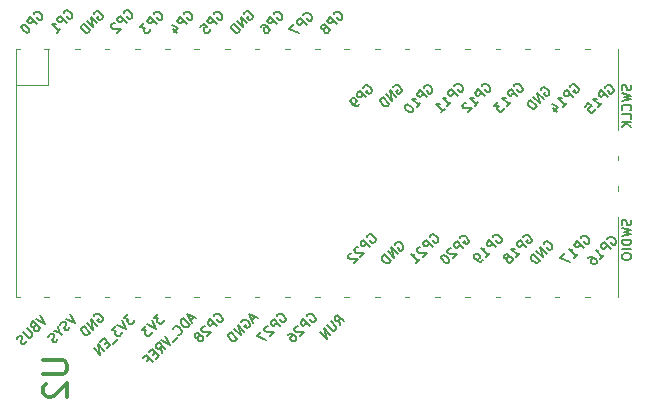
<source format=gbo>
G04 #@! TF.GenerationSoftware,KiCad,Pcbnew,7.0.9-7.0.9~ubuntu22.04.1*
G04 #@! TF.CreationDate,2023-11-26T22:36:36+01:00*
G04 #@! TF.ProjectId,MicroPicoDrive,4d696372-6f50-4696-936f-44726976652e,1.4.1*
G04 #@! TF.SameCoordinates,Original*
G04 #@! TF.FileFunction,Legend,Bot*
G04 #@! TF.FilePolarity,Positive*
%FSLAX46Y46*%
G04 Gerber Fmt 4.6, Leading zero omitted, Abs format (unit mm)*
G04 Created by KiCad (PCBNEW 7.0.9-7.0.9~ubuntu22.04.1) date 2023-11-26 22:36:36*
%MOMM*%
%LPD*%
G01*
G04 APERTURE LIST*
%ADD10C,0.300000*%
%ADD11C,0.150000*%
%ADD12C,0.120000*%
%ADD13C,3.500000*%
%ADD14R,1.700000X1.700000*%
%ADD15O,1.700000X1.700000*%
%ADD16R,1.905000X2.000000*%
%ADD17O,1.905000X2.000000*%
%ADD18O,1.800000X1.800000*%
%ADD19O,1.500000X1.500000*%
%ADD20R,1.700000X3.500000*%
G04 APERTURE END LIST*
D10*
X118434638Y-112266190D02*
X120053685Y-112266190D01*
X120053685Y-112266190D02*
X120244161Y-112361428D01*
X120244161Y-112361428D02*
X120339400Y-112456666D01*
X120339400Y-112456666D02*
X120434638Y-112647142D01*
X120434638Y-112647142D02*
X120434638Y-113028095D01*
X120434638Y-113028095D02*
X120339400Y-113218571D01*
X120339400Y-113218571D02*
X120244161Y-113313809D01*
X120244161Y-113313809D02*
X120053685Y-113409047D01*
X120053685Y-113409047D02*
X118434638Y-113409047D01*
X118625114Y-114266190D02*
X118529876Y-114361428D01*
X118529876Y-114361428D02*
X118434638Y-114551904D01*
X118434638Y-114551904D02*
X118434638Y-115028095D01*
X118434638Y-115028095D02*
X118529876Y-115218571D01*
X118529876Y-115218571D02*
X118625114Y-115313809D01*
X118625114Y-115313809D02*
X118815590Y-115409047D01*
X118815590Y-115409047D02*
X119006066Y-115409047D01*
X119006066Y-115409047D02*
X119291780Y-115313809D01*
X119291780Y-115313809D02*
X120434638Y-114170952D01*
X120434638Y-114170952D02*
X120434638Y-115409047D01*
D11*
X131154049Y-108595064D02*
X130884675Y-108864438D01*
X131369549Y-108702813D02*
X130615301Y-108325690D01*
X130615301Y-108325690D02*
X130992425Y-109079937D01*
X130803863Y-109268499D02*
X130238178Y-108702813D01*
X130238178Y-108702813D02*
X130103491Y-108837500D01*
X130103491Y-108837500D02*
X130049616Y-108945250D01*
X130049616Y-108945250D02*
X130049616Y-109052999D01*
X130049616Y-109052999D02*
X130076553Y-109133812D01*
X130076553Y-109133812D02*
X130157366Y-109268499D01*
X130157366Y-109268499D02*
X130238178Y-109349311D01*
X130238178Y-109349311D02*
X130372865Y-109430123D01*
X130372865Y-109430123D02*
X130453677Y-109457060D01*
X130453677Y-109457060D02*
X130561427Y-109457060D01*
X130561427Y-109457060D02*
X130669176Y-109403186D01*
X130669176Y-109403186D02*
X130803863Y-109268499D01*
X129861054Y-110103558D02*
X129914929Y-110103558D01*
X129914929Y-110103558D02*
X130022679Y-110049683D01*
X130022679Y-110049683D02*
X130076553Y-109995808D01*
X130076553Y-109995808D02*
X130130428Y-109888059D01*
X130130428Y-109888059D02*
X130130428Y-109780309D01*
X130130428Y-109780309D02*
X130103491Y-109699497D01*
X130103491Y-109699497D02*
X130022679Y-109564810D01*
X130022679Y-109564810D02*
X129941866Y-109483998D01*
X129941866Y-109483998D02*
X129807179Y-109403186D01*
X129807179Y-109403186D02*
X129726367Y-109376248D01*
X129726367Y-109376248D02*
X129618618Y-109376248D01*
X129618618Y-109376248D02*
X129510868Y-109430123D01*
X129510868Y-109430123D02*
X129456993Y-109483998D01*
X129456993Y-109483998D02*
X129403118Y-109591747D01*
X129403118Y-109591747D02*
X129403118Y-109645622D01*
X129861054Y-110319057D02*
X129430056Y-110750056D01*
X128756621Y-110184370D02*
X129133744Y-110938618D01*
X129133744Y-110938618D02*
X128379497Y-110561494D01*
X128433372Y-111638990D02*
X128352560Y-111181054D01*
X128756621Y-111315741D02*
X128190935Y-110750056D01*
X128190935Y-110750056D02*
X127975436Y-110965555D01*
X127975436Y-110965555D02*
X127948499Y-111046367D01*
X127948499Y-111046367D02*
X127948499Y-111100242D01*
X127948499Y-111100242D02*
X127975436Y-111181054D01*
X127975436Y-111181054D02*
X128056248Y-111261866D01*
X128056248Y-111261866D02*
X128137061Y-111288804D01*
X128137061Y-111288804D02*
X128190935Y-111288804D01*
X128190935Y-111288804D02*
X128271748Y-111261866D01*
X128271748Y-111261866D02*
X128487247Y-111046367D01*
X127894624Y-111585115D02*
X127706062Y-111773677D01*
X127921561Y-112150800D02*
X128190935Y-111881426D01*
X128190935Y-111881426D02*
X127625250Y-111315741D01*
X127625250Y-111315741D02*
X127355876Y-111585115D01*
X127194251Y-112285488D02*
X127382813Y-112096926D01*
X127679125Y-112393237D02*
X127113439Y-111827552D01*
X127113439Y-111827552D02*
X126844065Y-112096926D01*
X153715868Y-101933998D02*
X153742805Y-101853185D01*
X153742805Y-101853185D02*
X153823618Y-101772373D01*
X153823618Y-101772373D02*
X153931367Y-101718498D01*
X153931367Y-101718498D02*
X154039117Y-101718498D01*
X154039117Y-101718498D02*
X154119929Y-101745436D01*
X154119929Y-101745436D02*
X154254616Y-101826248D01*
X154254616Y-101826248D02*
X154335428Y-101907060D01*
X154335428Y-101907060D02*
X154416241Y-102041747D01*
X154416241Y-102041747D02*
X154443178Y-102122560D01*
X154443178Y-102122560D02*
X154443178Y-102230309D01*
X154443178Y-102230309D02*
X154389303Y-102338059D01*
X154389303Y-102338059D02*
X154335428Y-102391934D01*
X154335428Y-102391934D02*
X154227679Y-102445808D01*
X154227679Y-102445808D02*
X154173804Y-102445808D01*
X154173804Y-102445808D02*
X153985242Y-102257247D01*
X153985242Y-102257247D02*
X154092992Y-102149497D01*
X153985242Y-102742120D02*
X153419557Y-102176434D01*
X153419557Y-102176434D02*
X153204057Y-102391934D01*
X153204057Y-102391934D02*
X153177120Y-102472746D01*
X153177120Y-102472746D02*
X153177120Y-102526621D01*
X153177120Y-102526621D02*
X153204057Y-102607433D01*
X153204057Y-102607433D02*
X153284870Y-102688245D01*
X153284870Y-102688245D02*
X153365682Y-102715182D01*
X153365682Y-102715182D02*
X153419557Y-102715182D01*
X153419557Y-102715182D02*
X153500369Y-102688245D01*
X153500369Y-102688245D02*
X153715868Y-102472746D01*
X152934683Y-102769057D02*
X152880809Y-102769057D01*
X152880809Y-102769057D02*
X152799996Y-102795995D01*
X152799996Y-102795995D02*
X152665309Y-102930682D01*
X152665309Y-102930682D02*
X152638372Y-103011494D01*
X152638372Y-103011494D02*
X152638372Y-103065369D01*
X152638372Y-103065369D02*
X152665309Y-103146181D01*
X152665309Y-103146181D02*
X152719184Y-103200056D01*
X152719184Y-103200056D02*
X152826934Y-103253930D01*
X152826934Y-103253930D02*
X153473431Y-103253930D01*
X153473431Y-103253930D02*
X153123245Y-103604117D01*
X152207373Y-103388618D02*
X152153499Y-103442492D01*
X152153499Y-103442492D02*
X152126561Y-103523305D01*
X152126561Y-103523305D02*
X152126561Y-103577179D01*
X152126561Y-103577179D02*
X152153499Y-103657992D01*
X152153499Y-103657992D02*
X152234311Y-103792679D01*
X152234311Y-103792679D02*
X152368998Y-103927366D01*
X152368998Y-103927366D02*
X152503685Y-104008178D01*
X152503685Y-104008178D02*
X152584497Y-104035115D01*
X152584497Y-104035115D02*
X152638372Y-104035115D01*
X152638372Y-104035115D02*
X152719184Y-104008178D01*
X152719184Y-104008178D02*
X152773059Y-103954303D01*
X152773059Y-103954303D02*
X152799996Y-103873491D01*
X152799996Y-103873491D02*
X152799996Y-103819616D01*
X152799996Y-103819616D02*
X152773059Y-103738804D01*
X152773059Y-103738804D02*
X152692247Y-103604117D01*
X152692247Y-103604117D02*
X152557560Y-103469430D01*
X152557560Y-103469430D02*
X152422873Y-103388618D01*
X152422873Y-103388618D02*
X152342060Y-103361680D01*
X152342060Y-103361680D02*
X152288186Y-103361680D01*
X152288186Y-103361680D02*
X152207373Y-103388618D01*
X143011494Y-82953372D02*
X143038431Y-82872560D01*
X143038431Y-82872560D02*
X143119243Y-82791748D01*
X143119243Y-82791748D02*
X143226993Y-82737873D01*
X143226993Y-82737873D02*
X143334742Y-82737873D01*
X143334742Y-82737873D02*
X143415555Y-82764810D01*
X143415555Y-82764810D02*
X143550242Y-82845623D01*
X143550242Y-82845623D02*
X143631054Y-82926435D01*
X143631054Y-82926435D02*
X143711866Y-83061122D01*
X143711866Y-83061122D02*
X143738803Y-83141934D01*
X143738803Y-83141934D02*
X143738803Y-83249684D01*
X143738803Y-83249684D02*
X143684929Y-83357433D01*
X143684929Y-83357433D02*
X143631054Y-83411308D01*
X143631054Y-83411308D02*
X143523304Y-83465183D01*
X143523304Y-83465183D02*
X143469429Y-83465183D01*
X143469429Y-83465183D02*
X143280868Y-83276621D01*
X143280868Y-83276621D02*
X143388617Y-83168871D01*
X143280868Y-83761494D02*
X142715182Y-83195809D01*
X142715182Y-83195809D02*
X142499683Y-83411308D01*
X142499683Y-83411308D02*
X142472746Y-83492120D01*
X142472746Y-83492120D02*
X142472746Y-83545995D01*
X142472746Y-83545995D02*
X142499683Y-83626807D01*
X142499683Y-83626807D02*
X142580495Y-83707619D01*
X142580495Y-83707619D02*
X142661307Y-83734557D01*
X142661307Y-83734557D02*
X142715182Y-83734557D01*
X142715182Y-83734557D02*
X142795994Y-83707619D01*
X142795994Y-83707619D02*
X143011494Y-83492120D01*
X142311121Y-84084743D02*
X142338059Y-84003931D01*
X142338059Y-84003931D02*
X142338059Y-83950056D01*
X142338059Y-83950056D02*
X142311121Y-83869244D01*
X142311121Y-83869244D02*
X142284184Y-83842306D01*
X142284184Y-83842306D02*
X142203372Y-83815369D01*
X142203372Y-83815369D02*
X142149497Y-83815369D01*
X142149497Y-83815369D02*
X142068685Y-83842306D01*
X142068685Y-83842306D02*
X141960935Y-83950056D01*
X141960935Y-83950056D02*
X141933998Y-84030868D01*
X141933998Y-84030868D02*
X141933998Y-84084743D01*
X141933998Y-84084743D02*
X141960935Y-84165555D01*
X141960935Y-84165555D02*
X141987872Y-84192493D01*
X141987872Y-84192493D02*
X142068685Y-84219430D01*
X142068685Y-84219430D02*
X142122559Y-84219430D01*
X142122559Y-84219430D02*
X142203372Y-84192493D01*
X142203372Y-84192493D02*
X142311121Y-84084743D01*
X142311121Y-84084743D02*
X142391933Y-84057806D01*
X142391933Y-84057806D02*
X142445808Y-84057806D01*
X142445808Y-84057806D02*
X142526620Y-84084743D01*
X142526620Y-84084743D02*
X142634370Y-84192493D01*
X142634370Y-84192493D02*
X142661307Y-84273305D01*
X142661307Y-84273305D02*
X142661307Y-84327180D01*
X142661307Y-84327180D02*
X142634370Y-84407992D01*
X142634370Y-84407992D02*
X142526620Y-84515741D01*
X142526620Y-84515741D02*
X142445808Y-84542679D01*
X142445808Y-84542679D02*
X142391933Y-84542679D01*
X142391933Y-84542679D02*
X142311121Y-84515741D01*
X142311121Y-84515741D02*
X142203372Y-84407992D01*
X142203372Y-84407992D02*
X142176434Y-84327180D01*
X142176434Y-84327180D02*
X142176434Y-84273305D01*
X142176434Y-84273305D02*
X142203372Y-84192493D01*
X168144200Y-88930475D02*
X168182295Y-89044761D01*
X168182295Y-89044761D02*
X168182295Y-89235237D01*
X168182295Y-89235237D02*
X168144200Y-89311428D01*
X168144200Y-89311428D02*
X168106104Y-89349523D01*
X168106104Y-89349523D02*
X168029914Y-89387618D01*
X168029914Y-89387618D02*
X167953723Y-89387618D01*
X167953723Y-89387618D02*
X167877533Y-89349523D01*
X167877533Y-89349523D02*
X167839438Y-89311428D01*
X167839438Y-89311428D02*
X167801342Y-89235237D01*
X167801342Y-89235237D02*
X167763247Y-89082856D01*
X167763247Y-89082856D02*
X167725152Y-89006666D01*
X167725152Y-89006666D02*
X167687057Y-88968571D01*
X167687057Y-88968571D02*
X167610866Y-88930475D01*
X167610866Y-88930475D02*
X167534676Y-88930475D01*
X167534676Y-88930475D02*
X167458485Y-88968571D01*
X167458485Y-88968571D02*
X167420390Y-89006666D01*
X167420390Y-89006666D02*
X167382295Y-89082856D01*
X167382295Y-89082856D02*
X167382295Y-89273333D01*
X167382295Y-89273333D02*
X167420390Y-89387618D01*
X167382295Y-89654285D02*
X168182295Y-89844761D01*
X168182295Y-89844761D02*
X167610866Y-89997142D01*
X167610866Y-89997142D02*
X168182295Y-90149523D01*
X168182295Y-90149523D02*
X167382295Y-90340000D01*
X168106104Y-91101905D02*
X168144200Y-91063809D01*
X168144200Y-91063809D02*
X168182295Y-90949524D01*
X168182295Y-90949524D02*
X168182295Y-90873333D01*
X168182295Y-90873333D02*
X168144200Y-90759047D01*
X168144200Y-90759047D02*
X168068009Y-90682857D01*
X168068009Y-90682857D02*
X167991819Y-90644762D01*
X167991819Y-90644762D02*
X167839438Y-90606666D01*
X167839438Y-90606666D02*
X167725152Y-90606666D01*
X167725152Y-90606666D02*
X167572771Y-90644762D01*
X167572771Y-90644762D02*
X167496580Y-90682857D01*
X167496580Y-90682857D02*
X167420390Y-90759047D01*
X167420390Y-90759047D02*
X167382295Y-90873333D01*
X167382295Y-90873333D02*
X167382295Y-90949524D01*
X167382295Y-90949524D02*
X167420390Y-91063809D01*
X167420390Y-91063809D02*
X167458485Y-91101905D01*
X168182295Y-91825714D02*
X168182295Y-91444762D01*
X168182295Y-91444762D02*
X167382295Y-91444762D01*
X168182295Y-92092381D02*
X167382295Y-92092381D01*
X168182295Y-92549524D02*
X167725152Y-92206666D01*
X167382295Y-92549524D02*
X167839438Y-92092381D01*
X130311494Y-82953372D02*
X130338431Y-82872560D01*
X130338431Y-82872560D02*
X130419243Y-82791748D01*
X130419243Y-82791748D02*
X130526993Y-82737873D01*
X130526993Y-82737873D02*
X130634742Y-82737873D01*
X130634742Y-82737873D02*
X130715555Y-82764810D01*
X130715555Y-82764810D02*
X130850242Y-82845623D01*
X130850242Y-82845623D02*
X130931054Y-82926435D01*
X130931054Y-82926435D02*
X131011866Y-83061122D01*
X131011866Y-83061122D02*
X131038803Y-83141934D01*
X131038803Y-83141934D02*
X131038803Y-83249684D01*
X131038803Y-83249684D02*
X130984929Y-83357433D01*
X130984929Y-83357433D02*
X130931054Y-83411308D01*
X130931054Y-83411308D02*
X130823304Y-83465183D01*
X130823304Y-83465183D02*
X130769429Y-83465183D01*
X130769429Y-83465183D02*
X130580868Y-83276621D01*
X130580868Y-83276621D02*
X130688617Y-83168871D01*
X130580868Y-83761494D02*
X130015182Y-83195809D01*
X130015182Y-83195809D02*
X129799683Y-83411308D01*
X129799683Y-83411308D02*
X129772746Y-83492120D01*
X129772746Y-83492120D02*
X129772746Y-83545995D01*
X129772746Y-83545995D02*
X129799683Y-83626807D01*
X129799683Y-83626807D02*
X129880495Y-83707619D01*
X129880495Y-83707619D02*
X129961307Y-83734557D01*
X129961307Y-83734557D02*
X130015182Y-83734557D01*
X130015182Y-83734557D02*
X130095994Y-83707619D01*
X130095994Y-83707619D02*
X130311494Y-83492120D01*
X129395622Y-84192493D02*
X129772746Y-84569616D01*
X129314810Y-83842306D02*
X129853558Y-84111680D01*
X129853558Y-84111680D02*
X129503372Y-84461867D01*
X148033431Y-89161435D02*
X148060368Y-89080623D01*
X148060368Y-89080623D02*
X148141180Y-88999811D01*
X148141180Y-88999811D02*
X148248930Y-88945936D01*
X148248930Y-88945936D02*
X148356680Y-88945936D01*
X148356680Y-88945936D02*
X148437492Y-88972873D01*
X148437492Y-88972873D02*
X148572179Y-89053685D01*
X148572179Y-89053685D02*
X148652991Y-89134498D01*
X148652991Y-89134498D02*
X148733803Y-89269185D01*
X148733803Y-89269185D02*
X148760741Y-89349997D01*
X148760741Y-89349997D02*
X148760741Y-89457746D01*
X148760741Y-89457746D02*
X148706866Y-89565496D01*
X148706866Y-89565496D02*
X148652991Y-89619371D01*
X148652991Y-89619371D02*
X148545241Y-89673246D01*
X148545241Y-89673246D02*
X148491367Y-89673246D01*
X148491367Y-89673246D02*
X148302805Y-89484684D01*
X148302805Y-89484684D02*
X148410554Y-89376934D01*
X148302805Y-89969557D02*
X147737119Y-89403872D01*
X147737119Y-89403872D02*
X147979556Y-90292806D01*
X147979556Y-90292806D02*
X147413871Y-89727120D01*
X147710182Y-90562180D02*
X147144497Y-89996494D01*
X147144497Y-89996494D02*
X147009810Y-90131181D01*
X147009810Y-90131181D02*
X146955935Y-90238931D01*
X146955935Y-90238931D02*
X146955935Y-90346680D01*
X146955935Y-90346680D02*
X146982872Y-90427493D01*
X146982872Y-90427493D02*
X147063685Y-90562180D01*
X147063685Y-90562180D02*
X147144497Y-90642992D01*
X147144497Y-90642992D02*
X147279184Y-90723804D01*
X147279184Y-90723804D02*
X147359996Y-90750741D01*
X147359996Y-90750741D02*
X147467746Y-90750741D01*
X147467746Y-90750741D02*
X147575495Y-90696867D01*
X147575495Y-90696867D02*
X147710182Y-90562180D01*
X163025868Y-89118998D02*
X163052805Y-89038185D01*
X163052805Y-89038185D02*
X163133618Y-88957373D01*
X163133618Y-88957373D02*
X163241367Y-88903498D01*
X163241367Y-88903498D02*
X163349117Y-88903498D01*
X163349117Y-88903498D02*
X163429929Y-88930436D01*
X163429929Y-88930436D02*
X163564616Y-89011248D01*
X163564616Y-89011248D02*
X163645428Y-89092060D01*
X163645428Y-89092060D02*
X163726241Y-89226747D01*
X163726241Y-89226747D02*
X163753178Y-89307560D01*
X163753178Y-89307560D02*
X163753178Y-89415309D01*
X163753178Y-89415309D02*
X163699303Y-89523059D01*
X163699303Y-89523059D02*
X163645428Y-89576934D01*
X163645428Y-89576934D02*
X163537679Y-89630808D01*
X163537679Y-89630808D02*
X163483804Y-89630808D01*
X163483804Y-89630808D02*
X163295242Y-89442247D01*
X163295242Y-89442247D02*
X163402992Y-89334497D01*
X163295242Y-89927120D02*
X162729557Y-89361434D01*
X162729557Y-89361434D02*
X162514057Y-89576934D01*
X162514057Y-89576934D02*
X162487120Y-89657746D01*
X162487120Y-89657746D02*
X162487120Y-89711621D01*
X162487120Y-89711621D02*
X162514057Y-89792433D01*
X162514057Y-89792433D02*
X162594870Y-89873245D01*
X162594870Y-89873245D02*
X162675682Y-89900182D01*
X162675682Y-89900182D02*
X162729557Y-89900182D01*
X162729557Y-89900182D02*
X162810369Y-89873245D01*
X162810369Y-89873245D02*
X163025868Y-89657746D01*
X162433245Y-90789117D02*
X162756494Y-90465868D01*
X162594870Y-90627492D02*
X162029184Y-90061807D01*
X162029184Y-90061807D02*
X162163871Y-90088744D01*
X162163871Y-90088744D02*
X162271621Y-90088744D01*
X162271621Y-90088744D02*
X162352433Y-90061807D01*
X161571248Y-90896866D02*
X161948372Y-91273990D01*
X161490436Y-90546680D02*
X162029184Y-90816054D01*
X162029184Y-90816054D02*
X161678998Y-91166240D01*
X120141494Y-82853372D02*
X120168431Y-82772560D01*
X120168431Y-82772560D02*
X120249243Y-82691748D01*
X120249243Y-82691748D02*
X120356993Y-82637873D01*
X120356993Y-82637873D02*
X120464742Y-82637873D01*
X120464742Y-82637873D02*
X120545555Y-82664810D01*
X120545555Y-82664810D02*
X120680242Y-82745623D01*
X120680242Y-82745623D02*
X120761054Y-82826435D01*
X120761054Y-82826435D02*
X120841866Y-82961122D01*
X120841866Y-82961122D02*
X120868803Y-83041934D01*
X120868803Y-83041934D02*
X120868803Y-83149684D01*
X120868803Y-83149684D02*
X120814929Y-83257433D01*
X120814929Y-83257433D02*
X120761054Y-83311308D01*
X120761054Y-83311308D02*
X120653304Y-83365183D01*
X120653304Y-83365183D02*
X120599429Y-83365183D01*
X120599429Y-83365183D02*
X120410868Y-83176621D01*
X120410868Y-83176621D02*
X120518617Y-83068871D01*
X120410868Y-83661494D02*
X119845182Y-83095809D01*
X119845182Y-83095809D02*
X119629683Y-83311308D01*
X119629683Y-83311308D02*
X119602746Y-83392120D01*
X119602746Y-83392120D02*
X119602746Y-83445995D01*
X119602746Y-83445995D02*
X119629683Y-83526807D01*
X119629683Y-83526807D02*
X119710495Y-83607619D01*
X119710495Y-83607619D02*
X119791307Y-83634557D01*
X119791307Y-83634557D02*
X119845182Y-83634557D01*
X119845182Y-83634557D02*
X119925994Y-83607619D01*
X119925994Y-83607619D02*
X120141494Y-83392120D01*
X119548871Y-84523491D02*
X119872120Y-84200242D01*
X119710495Y-84361867D02*
X119144810Y-83796181D01*
X119144810Y-83796181D02*
X119279497Y-83823119D01*
X119279497Y-83823119D02*
X119387246Y-83823119D01*
X119387246Y-83823119D02*
X119468059Y-83796181D01*
X132851494Y-82953372D02*
X132878431Y-82872560D01*
X132878431Y-82872560D02*
X132959243Y-82791748D01*
X132959243Y-82791748D02*
X133066993Y-82737873D01*
X133066993Y-82737873D02*
X133174742Y-82737873D01*
X133174742Y-82737873D02*
X133255555Y-82764810D01*
X133255555Y-82764810D02*
X133390242Y-82845623D01*
X133390242Y-82845623D02*
X133471054Y-82926435D01*
X133471054Y-82926435D02*
X133551866Y-83061122D01*
X133551866Y-83061122D02*
X133578803Y-83141934D01*
X133578803Y-83141934D02*
X133578803Y-83249684D01*
X133578803Y-83249684D02*
X133524929Y-83357433D01*
X133524929Y-83357433D02*
X133471054Y-83411308D01*
X133471054Y-83411308D02*
X133363304Y-83465183D01*
X133363304Y-83465183D02*
X133309429Y-83465183D01*
X133309429Y-83465183D02*
X133120868Y-83276621D01*
X133120868Y-83276621D02*
X133228617Y-83168871D01*
X133120868Y-83761494D02*
X132555182Y-83195809D01*
X132555182Y-83195809D02*
X132339683Y-83411308D01*
X132339683Y-83411308D02*
X132312746Y-83492120D01*
X132312746Y-83492120D02*
X132312746Y-83545995D01*
X132312746Y-83545995D02*
X132339683Y-83626807D01*
X132339683Y-83626807D02*
X132420495Y-83707619D01*
X132420495Y-83707619D02*
X132501307Y-83734557D01*
X132501307Y-83734557D02*
X132555182Y-83734557D01*
X132555182Y-83734557D02*
X132635994Y-83707619D01*
X132635994Y-83707619D02*
X132851494Y-83492120D01*
X131720123Y-84030868D02*
X131989497Y-83761494D01*
X131989497Y-83761494D02*
X132285808Y-84003931D01*
X132285808Y-84003931D02*
X132231933Y-84003931D01*
X132231933Y-84003931D02*
X132151121Y-84030868D01*
X132151121Y-84030868D02*
X132016434Y-84165555D01*
X132016434Y-84165555D02*
X131989497Y-84246367D01*
X131989497Y-84246367D02*
X131989497Y-84300242D01*
X131989497Y-84300242D02*
X132016434Y-84381054D01*
X132016434Y-84381054D02*
X132151121Y-84515741D01*
X132151121Y-84515741D02*
X132231933Y-84542679D01*
X132231933Y-84542679D02*
X132285808Y-84542679D01*
X132285808Y-84542679D02*
X132366620Y-84515741D01*
X132366620Y-84515741D02*
X132501307Y-84381054D01*
X132501307Y-84381054D02*
X132528245Y-84300242D01*
X132528245Y-84300242D02*
X132528245Y-84246367D01*
X140441494Y-83053372D02*
X140468431Y-82972560D01*
X140468431Y-82972560D02*
X140549243Y-82891748D01*
X140549243Y-82891748D02*
X140656993Y-82837873D01*
X140656993Y-82837873D02*
X140764742Y-82837873D01*
X140764742Y-82837873D02*
X140845555Y-82864810D01*
X140845555Y-82864810D02*
X140980242Y-82945623D01*
X140980242Y-82945623D02*
X141061054Y-83026435D01*
X141061054Y-83026435D02*
X141141866Y-83161122D01*
X141141866Y-83161122D02*
X141168803Y-83241934D01*
X141168803Y-83241934D02*
X141168803Y-83349684D01*
X141168803Y-83349684D02*
X141114929Y-83457433D01*
X141114929Y-83457433D02*
X141061054Y-83511308D01*
X141061054Y-83511308D02*
X140953304Y-83565183D01*
X140953304Y-83565183D02*
X140899429Y-83565183D01*
X140899429Y-83565183D02*
X140710868Y-83376621D01*
X140710868Y-83376621D02*
X140818617Y-83268871D01*
X140710868Y-83861494D02*
X140145182Y-83295809D01*
X140145182Y-83295809D02*
X139929683Y-83511308D01*
X139929683Y-83511308D02*
X139902746Y-83592120D01*
X139902746Y-83592120D02*
X139902746Y-83645995D01*
X139902746Y-83645995D02*
X139929683Y-83726807D01*
X139929683Y-83726807D02*
X140010495Y-83807619D01*
X140010495Y-83807619D02*
X140091307Y-83834557D01*
X140091307Y-83834557D02*
X140145182Y-83834557D01*
X140145182Y-83834557D02*
X140225994Y-83807619D01*
X140225994Y-83807619D02*
X140441494Y-83592120D01*
X139633372Y-83807619D02*
X139256248Y-84184743D01*
X139256248Y-84184743D02*
X140064370Y-84507992D01*
X137931494Y-82953372D02*
X137958431Y-82872560D01*
X137958431Y-82872560D02*
X138039243Y-82791748D01*
X138039243Y-82791748D02*
X138146993Y-82737873D01*
X138146993Y-82737873D02*
X138254742Y-82737873D01*
X138254742Y-82737873D02*
X138335555Y-82764810D01*
X138335555Y-82764810D02*
X138470242Y-82845623D01*
X138470242Y-82845623D02*
X138551054Y-82926435D01*
X138551054Y-82926435D02*
X138631866Y-83061122D01*
X138631866Y-83061122D02*
X138658803Y-83141934D01*
X138658803Y-83141934D02*
X138658803Y-83249684D01*
X138658803Y-83249684D02*
X138604929Y-83357433D01*
X138604929Y-83357433D02*
X138551054Y-83411308D01*
X138551054Y-83411308D02*
X138443304Y-83465183D01*
X138443304Y-83465183D02*
X138389429Y-83465183D01*
X138389429Y-83465183D02*
X138200868Y-83276621D01*
X138200868Y-83276621D02*
X138308617Y-83168871D01*
X138200868Y-83761494D02*
X137635182Y-83195809D01*
X137635182Y-83195809D02*
X137419683Y-83411308D01*
X137419683Y-83411308D02*
X137392746Y-83492120D01*
X137392746Y-83492120D02*
X137392746Y-83545995D01*
X137392746Y-83545995D02*
X137419683Y-83626807D01*
X137419683Y-83626807D02*
X137500495Y-83707619D01*
X137500495Y-83707619D02*
X137581307Y-83734557D01*
X137581307Y-83734557D02*
X137635182Y-83734557D01*
X137635182Y-83734557D02*
X137715994Y-83707619D01*
X137715994Y-83707619D02*
X137931494Y-83492120D01*
X136827060Y-84003931D02*
X136934810Y-83896181D01*
X136934810Y-83896181D02*
X137015622Y-83869244D01*
X137015622Y-83869244D02*
X137069497Y-83869244D01*
X137069497Y-83869244D02*
X137204184Y-83896181D01*
X137204184Y-83896181D02*
X137338871Y-83976993D01*
X137338871Y-83976993D02*
X137554370Y-84192493D01*
X137554370Y-84192493D02*
X137581307Y-84273305D01*
X137581307Y-84273305D02*
X137581307Y-84327180D01*
X137581307Y-84327180D02*
X137554370Y-84407992D01*
X137554370Y-84407992D02*
X137446620Y-84515741D01*
X137446620Y-84515741D02*
X137365808Y-84542679D01*
X137365808Y-84542679D02*
X137311933Y-84542679D01*
X137311933Y-84542679D02*
X137231121Y-84515741D01*
X137231121Y-84515741D02*
X137096434Y-84381054D01*
X137096434Y-84381054D02*
X137069497Y-84300242D01*
X137069497Y-84300242D02*
X137069497Y-84246367D01*
X137069497Y-84246367D02*
X137096434Y-84165555D01*
X137096434Y-84165555D02*
X137204184Y-84057806D01*
X137204184Y-84057806D02*
X137284996Y-84030868D01*
X137284996Y-84030868D02*
X137338871Y-84030868D01*
X137338871Y-84030868D02*
X137419683Y-84057806D01*
X125578584Y-108362407D02*
X125228398Y-108712593D01*
X125228398Y-108712593D02*
X125632459Y-108739531D01*
X125632459Y-108739531D02*
X125551646Y-108820343D01*
X125551646Y-108820343D02*
X125524709Y-108901155D01*
X125524709Y-108901155D02*
X125524709Y-108955030D01*
X125524709Y-108955030D02*
X125551646Y-109035842D01*
X125551646Y-109035842D02*
X125686333Y-109170529D01*
X125686333Y-109170529D02*
X125767146Y-109197467D01*
X125767146Y-109197467D02*
X125821020Y-109197467D01*
X125821020Y-109197467D02*
X125901833Y-109170529D01*
X125901833Y-109170529D02*
X126063457Y-109008905D01*
X126063457Y-109008905D02*
X126090394Y-108928093D01*
X126090394Y-108928093D02*
X126090394Y-108874218D01*
X125066773Y-108874218D02*
X125443897Y-109628465D01*
X125443897Y-109628465D02*
X124689649Y-109251342D01*
X124554963Y-109386028D02*
X124204776Y-109736215D01*
X124204776Y-109736215D02*
X124608837Y-109763152D01*
X124608837Y-109763152D02*
X124528025Y-109843964D01*
X124528025Y-109843964D02*
X124501088Y-109924776D01*
X124501088Y-109924776D02*
X124501088Y-109978651D01*
X124501088Y-109978651D02*
X124528025Y-110059464D01*
X124528025Y-110059464D02*
X124662712Y-110194151D01*
X124662712Y-110194151D02*
X124743524Y-110221088D01*
X124743524Y-110221088D02*
X124797399Y-110221088D01*
X124797399Y-110221088D02*
X124878211Y-110194151D01*
X124878211Y-110194151D02*
X125039836Y-110032526D01*
X125039836Y-110032526D02*
X125066773Y-109951714D01*
X125066773Y-109951714D02*
X125066773Y-109897839D01*
X124716587Y-110463525D02*
X124285588Y-110894523D01*
X123800715Y-110679024D02*
X123612153Y-110867586D01*
X123827652Y-111244709D02*
X124097026Y-110975335D01*
X124097026Y-110975335D02*
X123531341Y-110409650D01*
X123531341Y-110409650D02*
X123261967Y-110679024D01*
X123585215Y-111487146D02*
X123019530Y-110921461D01*
X123019530Y-110921461D02*
X123261967Y-111810395D01*
X123261967Y-111810395D02*
X122696281Y-111244710D01*
X151125868Y-101818998D02*
X151152805Y-101738185D01*
X151152805Y-101738185D02*
X151233618Y-101657373D01*
X151233618Y-101657373D02*
X151341367Y-101603498D01*
X151341367Y-101603498D02*
X151449117Y-101603498D01*
X151449117Y-101603498D02*
X151529929Y-101630436D01*
X151529929Y-101630436D02*
X151664616Y-101711248D01*
X151664616Y-101711248D02*
X151745428Y-101792060D01*
X151745428Y-101792060D02*
X151826241Y-101926747D01*
X151826241Y-101926747D02*
X151853178Y-102007560D01*
X151853178Y-102007560D02*
X151853178Y-102115309D01*
X151853178Y-102115309D02*
X151799303Y-102223059D01*
X151799303Y-102223059D02*
X151745428Y-102276934D01*
X151745428Y-102276934D02*
X151637679Y-102330808D01*
X151637679Y-102330808D02*
X151583804Y-102330808D01*
X151583804Y-102330808D02*
X151395242Y-102142247D01*
X151395242Y-102142247D02*
X151502992Y-102034497D01*
X151395242Y-102627120D02*
X150829557Y-102061434D01*
X150829557Y-102061434D02*
X150614057Y-102276934D01*
X150614057Y-102276934D02*
X150587120Y-102357746D01*
X150587120Y-102357746D02*
X150587120Y-102411621D01*
X150587120Y-102411621D02*
X150614057Y-102492433D01*
X150614057Y-102492433D02*
X150694870Y-102573245D01*
X150694870Y-102573245D02*
X150775682Y-102600182D01*
X150775682Y-102600182D02*
X150829557Y-102600182D01*
X150829557Y-102600182D02*
X150910369Y-102573245D01*
X150910369Y-102573245D02*
X151125868Y-102357746D01*
X150344683Y-102654057D02*
X150290809Y-102654057D01*
X150290809Y-102654057D02*
X150209996Y-102680995D01*
X150209996Y-102680995D02*
X150075309Y-102815682D01*
X150075309Y-102815682D02*
X150048372Y-102896494D01*
X150048372Y-102896494D02*
X150048372Y-102950369D01*
X150048372Y-102950369D02*
X150075309Y-103031181D01*
X150075309Y-103031181D02*
X150129184Y-103085056D01*
X150129184Y-103085056D02*
X150236934Y-103138930D01*
X150236934Y-103138930D02*
X150883431Y-103138930D01*
X150883431Y-103138930D02*
X150533245Y-103489117D01*
X149994497Y-104027865D02*
X150317746Y-103704616D01*
X150156121Y-103866240D02*
X149590436Y-103300555D01*
X149590436Y-103300555D02*
X149725123Y-103327492D01*
X149725123Y-103327492D02*
X149832873Y-103327492D01*
X149832873Y-103327492D02*
X149913685Y-103300555D01*
X156490868Y-101833998D02*
X156517805Y-101753185D01*
X156517805Y-101753185D02*
X156598618Y-101672373D01*
X156598618Y-101672373D02*
X156706367Y-101618498D01*
X156706367Y-101618498D02*
X156814117Y-101618498D01*
X156814117Y-101618498D02*
X156894929Y-101645436D01*
X156894929Y-101645436D02*
X157029616Y-101726248D01*
X157029616Y-101726248D02*
X157110428Y-101807060D01*
X157110428Y-101807060D02*
X157191241Y-101941747D01*
X157191241Y-101941747D02*
X157218178Y-102022560D01*
X157218178Y-102022560D02*
X157218178Y-102130309D01*
X157218178Y-102130309D02*
X157164303Y-102238059D01*
X157164303Y-102238059D02*
X157110428Y-102291934D01*
X157110428Y-102291934D02*
X157002679Y-102345808D01*
X157002679Y-102345808D02*
X156948804Y-102345808D01*
X156948804Y-102345808D02*
X156760242Y-102157247D01*
X156760242Y-102157247D02*
X156867992Y-102049497D01*
X156760242Y-102642120D02*
X156194557Y-102076434D01*
X156194557Y-102076434D02*
X155979057Y-102291934D01*
X155979057Y-102291934D02*
X155952120Y-102372746D01*
X155952120Y-102372746D02*
X155952120Y-102426621D01*
X155952120Y-102426621D02*
X155979057Y-102507433D01*
X155979057Y-102507433D02*
X156059870Y-102588245D01*
X156059870Y-102588245D02*
X156140682Y-102615182D01*
X156140682Y-102615182D02*
X156194557Y-102615182D01*
X156194557Y-102615182D02*
X156275369Y-102588245D01*
X156275369Y-102588245D02*
X156490868Y-102372746D01*
X155898245Y-103504117D02*
X156221494Y-103180868D01*
X156059870Y-103342492D02*
X155494184Y-102776807D01*
X155494184Y-102776807D02*
X155628871Y-102803744D01*
X155628871Y-102803744D02*
X155736621Y-102803744D01*
X155736621Y-102803744D02*
X155817433Y-102776807D01*
X155628871Y-103773491D02*
X155521121Y-103881240D01*
X155521121Y-103881240D02*
X155440309Y-103908178D01*
X155440309Y-103908178D02*
X155386434Y-103908178D01*
X155386434Y-103908178D02*
X155251747Y-103881240D01*
X155251747Y-103881240D02*
X155117060Y-103800428D01*
X155117060Y-103800428D02*
X154901561Y-103584929D01*
X154901561Y-103584929D02*
X154874624Y-103504117D01*
X154874624Y-103504117D02*
X154874624Y-103450242D01*
X154874624Y-103450242D02*
X154901561Y-103369430D01*
X154901561Y-103369430D02*
X155009311Y-103261680D01*
X155009311Y-103261680D02*
X155090123Y-103234743D01*
X155090123Y-103234743D02*
X155143998Y-103234743D01*
X155143998Y-103234743D02*
X155224810Y-103261680D01*
X155224810Y-103261680D02*
X155359497Y-103396367D01*
X155359497Y-103396367D02*
X155386434Y-103477179D01*
X155386434Y-103477179D02*
X155386434Y-103531054D01*
X155386434Y-103531054D02*
X155359497Y-103611866D01*
X155359497Y-103611866D02*
X155251747Y-103719616D01*
X155251747Y-103719616D02*
X155170935Y-103746553D01*
X155170935Y-103746553D02*
X155117060Y-103746553D01*
X155117060Y-103746553D02*
X155036248Y-103719616D01*
X125231494Y-82853372D02*
X125258431Y-82772560D01*
X125258431Y-82772560D02*
X125339243Y-82691748D01*
X125339243Y-82691748D02*
X125446993Y-82637873D01*
X125446993Y-82637873D02*
X125554742Y-82637873D01*
X125554742Y-82637873D02*
X125635555Y-82664810D01*
X125635555Y-82664810D02*
X125770242Y-82745623D01*
X125770242Y-82745623D02*
X125851054Y-82826435D01*
X125851054Y-82826435D02*
X125931866Y-82961122D01*
X125931866Y-82961122D02*
X125958803Y-83041934D01*
X125958803Y-83041934D02*
X125958803Y-83149684D01*
X125958803Y-83149684D02*
X125904929Y-83257433D01*
X125904929Y-83257433D02*
X125851054Y-83311308D01*
X125851054Y-83311308D02*
X125743304Y-83365183D01*
X125743304Y-83365183D02*
X125689429Y-83365183D01*
X125689429Y-83365183D02*
X125500868Y-83176621D01*
X125500868Y-83176621D02*
X125608617Y-83068871D01*
X125500868Y-83661494D02*
X124935182Y-83095809D01*
X124935182Y-83095809D02*
X124719683Y-83311308D01*
X124719683Y-83311308D02*
X124692746Y-83392120D01*
X124692746Y-83392120D02*
X124692746Y-83445995D01*
X124692746Y-83445995D02*
X124719683Y-83526807D01*
X124719683Y-83526807D02*
X124800495Y-83607619D01*
X124800495Y-83607619D02*
X124881307Y-83634557D01*
X124881307Y-83634557D02*
X124935182Y-83634557D01*
X124935182Y-83634557D02*
X125015994Y-83607619D01*
X125015994Y-83607619D02*
X125231494Y-83392120D01*
X124450309Y-83688432D02*
X124396434Y-83688432D01*
X124396434Y-83688432D02*
X124315622Y-83715369D01*
X124315622Y-83715369D02*
X124180935Y-83850056D01*
X124180935Y-83850056D02*
X124153998Y-83930868D01*
X124153998Y-83930868D02*
X124153998Y-83984743D01*
X124153998Y-83984743D02*
X124180935Y-84065555D01*
X124180935Y-84065555D02*
X124234810Y-84119430D01*
X124234810Y-84119430D02*
X124342559Y-84173305D01*
X124342559Y-84173305D02*
X124989057Y-84173305D01*
X124989057Y-84173305D02*
X124638871Y-84523491D01*
X128110868Y-108330123D02*
X127760682Y-108680309D01*
X127760682Y-108680309D02*
X128164743Y-108707247D01*
X128164743Y-108707247D02*
X128083931Y-108788059D01*
X128083931Y-108788059D02*
X128056993Y-108868871D01*
X128056993Y-108868871D02*
X128056993Y-108922746D01*
X128056993Y-108922746D02*
X128083931Y-109003558D01*
X128083931Y-109003558D02*
X128218618Y-109138245D01*
X128218618Y-109138245D02*
X128299430Y-109165182D01*
X128299430Y-109165182D02*
X128353305Y-109165182D01*
X128353305Y-109165182D02*
X128434117Y-109138245D01*
X128434117Y-109138245D02*
X128595741Y-108976621D01*
X128595741Y-108976621D02*
X128622679Y-108895808D01*
X128622679Y-108895808D02*
X128622679Y-108841934D01*
X127599057Y-108841934D02*
X127976181Y-109596181D01*
X127976181Y-109596181D02*
X127221934Y-109219057D01*
X127087247Y-109353744D02*
X126737061Y-109703930D01*
X126737061Y-109703930D02*
X127141122Y-109730868D01*
X127141122Y-109730868D02*
X127060309Y-109811680D01*
X127060309Y-109811680D02*
X127033372Y-109892492D01*
X127033372Y-109892492D02*
X127033372Y-109946367D01*
X127033372Y-109946367D02*
X127060309Y-110027179D01*
X127060309Y-110027179D02*
X127194996Y-110161866D01*
X127194996Y-110161866D02*
X127275809Y-110188804D01*
X127275809Y-110188804D02*
X127329683Y-110188804D01*
X127329683Y-110188804D02*
X127410496Y-110161866D01*
X127410496Y-110161866D02*
X127572120Y-110000242D01*
X127572120Y-110000242D02*
X127599057Y-109919430D01*
X127599057Y-109919430D02*
X127599057Y-109865555D01*
X122718431Y-82926435D02*
X122745368Y-82845623D01*
X122745368Y-82845623D02*
X122826180Y-82764811D01*
X122826180Y-82764811D02*
X122933930Y-82710936D01*
X122933930Y-82710936D02*
X123041680Y-82710936D01*
X123041680Y-82710936D02*
X123122492Y-82737873D01*
X123122492Y-82737873D02*
X123257179Y-82818685D01*
X123257179Y-82818685D02*
X123337991Y-82899498D01*
X123337991Y-82899498D02*
X123418803Y-83034185D01*
X123418803Y-83034185D02*
X123445741Y-83114997D01*
X123445741Y-83114997D02*
X123445741Y-83222746D01*
X123445741Y-83222746D02*
X123391866Y-83330496D01*
X123391866Y-83330496D02*
X123337991Y-83384371D01*
X123337991Y-83384371D02*
X123230241Y-83438246D01*
X123230241Y-83438246D02*
X123176367Y-83438246D01*
X123176367Y-83438246D02*
X122987805Y-83249684D01*
X122987805Y-83249684D02*
X123095554Y-83141934D01*
X122987805Y-83734557D02*
X122422119Y-83168872D01*
X122422119Y-83168872D02*
X122664556Y-84057806D01*
X122664556Y-84057806D02*
X122098871Y-83492120D01*
X122395182Y-84327180D02*
X121829497Y-83761494D01*
X121829497Y-83761494D02*
X121694810Y-83896181D01*
X121694810Y-83896181D02*
X121640935Y-84003931D01*
X121640935Y-84003931D02*
X121640935Y-84111680D01*
X121640935Y-84111680D02*
X121667872Y-84192493D01*
X121667872Y-84192493D02*
X121748685Y-84327180D01*
X121748685Y-84327180D02*
X121829497Y-84407992D01*
X121829497Y-84407992D02*
X121964184Y-84488804D01*
X121964184Y-84488804D02*
X122044996Y-84515741D01*
X122044996Y-84515741D02*
X122152746Y-84515741D01*
X122152746Y-84515741D02*
X122260495Y-84461867D01*
X122260495Y-84461867D02*
X122395182Y-84327180D01*
X166175868Y-102018998D02*
X166202805Y-101938185D01*
X166202805Y-101938185D02*
X166283618Y-101857373D01*
X166283618Y-101857373D02*
X166391367Y-101803498D01*
X166391367Y-101803498D02*
X166499117Y-101803498D01*
X166499117Y-101803498D02*
X166579929Y-101830436D01*
X166579929Y-101830436D02*
X166714616Y-101911248D01*
X166714616Y-101911248D02*
X166795428Y-101992060D01*
X166795428Y-101992060D02*
X166876241Y-102126747D01*
X166876241Y-102126747D02*
X166903178Y-102207560D01*
X166903178Y-102207560D02*
X166903178Y-102315309D01*
X166903178Y-102315309D02*
X166849303Y-102423059D01*
X166849303Y-102423059D02*
X166795428Y-102476934D01*
X166795428Y-102476934D02*
X166687679Y-102530808D01*
X166687679Y-102530808D02*
X166633804Y-102530808D01*
X166633804Y-102530808D02*
X166445242Y-102342247D01*
X166445242Y-102342247D02*
X166552992Y-102234497D01*
X166445242Y-102827120D02*
X165879557Y-102261434D01*
X165879557Y-102261434D02*
X165664057Y-102476934D01*
X165664057Y-102476934D02*
X165637120Y-102557746D01*
X165637120Y-102557746D02*
X165637120Y-102611621D01*
X165637120Y-102611621D02*
X165664057Y-102692433D01*
X165664057Y-102692433D02*
X165744870Y-102773245D01*
X165744870Y-102773245D02*
X165825682Y-102800182D01*
X165825682Y-102800182D02*
X165879557Y-102800182D01*
X165879557Y-102800182D02*
X165960369Y-102773245D01*
X165960369Y-102773245D02*
X166175868Y-102557746D01*
X165583245Y-103689117D02*
X165906494Y-103365868D01*
X165744870Y-103527492D02*
X165179184Y-102961807D01*
X165179184Y-102961807D02*
X165313871Y-102988744D01*
X165313871Y-102988744D02*
X165421621Y-102988744D01*
X165421621Y-102988744D02*
X165502433Y-102961807D01*
X164532686Y-103608305D02*
X164640436Y-103500555D01*
X164640436Y-103500555D02*
X164721248Y-103473618D01*
X164721248Y-103473618D02*
X164775123Y-103473618D01*
X164775123Y-103473618D02*
X164909810Y-103500555D01*
X164909810Y-103500555D02*
X165044497Y-103581367D01*
X165044497Y-103581367D02*
X165259996Y-103796866D01*
X165259996Y-103796866D02*
X165286934Y-103877679D01*
X165286934Y-103877679D02*
X165286934Y-103931553D01*
X165286934Y-103931553D02*
X165259996Y-104012366D01*
X165259996Y-104012366D02*
X165152247Y-104120115D01*
X165152247Y-104120115D02*
X165071434Y-104147053D01*
X165071434Y-104147053D02*
X165017560Y-104147053D01*
X165017560Y-104147053D02*
X164936747Y-104120115D01*
X164936747Y-104120115D02*
X164802060Y-103985428D01*
X164802060Y-103985428D02*
X164775123Y-103904616D01*
X164775123Y-103904616D02*
X164775123Y-103850741D01*
X164775123Y-103850741D02*
X164802060Y-103769929D01*
X164802060Y-103769929D02*
X164909810Y-103662179D01*
X164909810Y-103662179D02*
X164990622Y-103635242D01*
X164990622Y-103635242D02*
X165044497Y-103635242D01*
X165044497Y-103635242D02*
X165125309Y-103662179D01*
X165975868Y-89168998D02*
X166002805Y-89088185D01*
X166002805Y-89088185D02*
X166083618Y-89007373D01*
X166083618Y-89007373D02*
X166191367Y-88953498D01*
X166191367Y-88953498D02*
X166299117Y-88953498D01*
X166299117Y-88953498D02*
X166379929Y-88980436D01*
X166379929Y-88980436D02*
X166514616Y-89061248D01*
X166514616Y-89061248D02*
X166595428Y-89142060D01*
X166595428Y-89142060D02*
X166676241Y-89276747D01*
X166676241Y-89276747D02*
X166703178Y-89357560D01*
X166703178Y-89357560D02*
X166703178Y-89465309D01*
X166703178Y-89465309D02*
X166649303Y-89573059D01*
X166649303Y-89573059D02*
X166595428Y-89626934D01*
X166595428Y-89626934D02*
X166487679Y-89680808D01*
X166487679Y-89680808D02*
X166433804Y-89680808D01*
X166433804Y-89680808D02*
X166245242Y-89492247D01*
X166245242Y-89492247D02*
X166352992Y-89384497D01*
X166245242Y-89977120D02*
X165679557Y-89411434D01*
X165679557Y-89411434D02*
X165464057Y-89626934D01*
X165464057Y-89626934D02*
X165437120Y-89707746D01*
X165437120Y-89707746D02*
X165437120Y-89761621D01*
X165437120Y-89761621D02*
X165464057Y-89842433D01*
X165464057Y-89842433D02*
X165544870Y-89923245D01*
X165544870Y-89923245D02*
X165625682Y-89950182D01*
X165625682Y-89950182D02*
X165679557Y-89950182D01*
X165679557Y-89950182D02*
X165760369Y-89923245D01*
X165760369Y-89923245D02*
X165975868Y-89707746D01*
X165383245Y-90839117D02*
X165706494Y-90515868D01*
X165544870Y-90677492D02*
X164979184Y-90111807D01*
X164979184Y-90111807D02*
X165113871Y-90138744D01*
X165113871Y-90138744D02*
X165221621Y-90138744D01*
X165221621Y-90138744D02*
X165302433Y-90111807D01*
X164305749Y-90785242D02*
X164575123Y-90515868D01*
X164575123Y-90515868D02*
X164871434Y-90758305D01*
X164871434Y-90758305D02*
X164817560Y-90758305D01*
X164817560Y-90758305D02*
X164736747Y-90785242D01*
X164736747Y-90785242D02*
X164602060Y-90919929D01*
X164602060Y-90919929D02*
X164575123Y-91000741D01*
X164575123Y-91000741D02*
X164575123Y-91054616D01*
X164575123Y-91054616D02*
X164602060Y-91135428D01*
X164602060Y-91135428D02*
X164736747Y-91270115D01*
X164736747Y-91270115D02*
X164817560Y-91297053D01*
X164817560Y-91297053D02*
X164871434Y-91297053D01*
X164871434Y-91297053D02*
X164952247Y-91270115D01*
X164952247Y-91270115D02*
X165086934Y-91135428D01*
X165086934Y-91135428D02*
X165113871Y-91054616D01*
X165113871Y-91054616D02*
X165113871Y-91000741D01*
X163925868Y-101918998D02*
X163952805Y-101838185D01*
X163952805Y-101838185D02*
X164033618Y-101757373D01*
X164033618Y-101757373D02*
X164141367Y-101703498D01*
X164141367Y-101703498D02*
X164249117Y-101703498D01*
X164249117Y-101703498D02*
X164329929Y-101730436D01*
X164329929Y-101730436D02*
X164464616Y-101811248D01*
X164464616Y-101811248D02*
X164545428Y-101892060D01*
X164545428Y-101892060D02*
X164626241Y-102026747D01*
X164626241Y-102026747D02*
X164653178Y-102107560D01*
X164653178Y-102107560D02*
X164653178Y-102215309D01*
X164653178Y-102215309D02*
X164599303Y-102323059D01*
X164599303Y-102323059D02*
X164545428Y-102376934D01*
X164545428Y-102376934D02*
X164437679Y-102430808D01*
X164437679Y-102430808D02*
X164383804Y-102430808D01*
X164383804Y-102430808D02*
X164195242Y-102242247D01*
X164195242Y-102242247D02*
X164302992Y-102134497D01*
X164195242Y-102727120D02*
X163629557Y-102161434D01*
X163629557Y-102161434D02*
X163414057Y-102376934D01*
X163414057Y-102376934D02*
X163387120Y-102457746D01*
X163387120Y-102457746D02*
X163387120Y-102511621D01*
X163387120Y-102511621D02*
X163414057Y-102592433D01*
X163414057Y-102592433D02*
X163494870Y-102673245D01*
X163494870Y-102673245D02*
X163575682Y-102700182D01*
X163575682Y-102700182D02*
X163629557Y-102700182D01*
X163629557Y-102700182D02*
X163710369Y-102673245D01*
X163710369Y-102673245D02*
X163925868Y-102457746D01*
X163333245Y-103589117D02*
X163656494Y-103265868D01*
X163494870Y-103427492D02*
X162929184Y-102861807D01*
X162929184Y-102861807D02*
X163063871Y-102888744D01*
X163063871Y-102888744D02*
X163171621Y-102888744D01*
X163171621Y-102888744D02*
X163252433Y-102861807D01*
X162578998Y-103211993D02*
X162201874Y-103589117D01*
X162201874Y-103589117D02*
X163009996Y-103912366D01*
X127771494Y-82953372D02*
X127798431Y-82872560D01*
X127798431Y-82872560D02*
X127879243Y-82791748D01*
X127879243Y-82791748D02*
X127986993Y-82737873D01*
X127986993Y-82737873D02*
X128094742Y-82737873D01*
X128094742Y-82737873D02*
X128175555Y-82764810D01*
X128175555Y-82764810D02*
X128310242Y-82845623D01*
X128310242Y-82845623D02*
X128391054Y-82926435D01*
X128391054Y-82926435D02*
X128471866Y-83061122D01*
X128471866Y-83061122D02*
X128498803Y-83141934D01*
X128498803Y-83141934D02*
X128498803Y-83249684D01*
X128498803Y-83249684D02*
X128444929Y-83357433D01*
X128444929Y-83357433D02*
X128391054Y-83411308D01*
X128391054Y-83411308D02*
X128283304Y-83465183D01*
X128283304Y-83465183D02*
X128229429Y-83465183D01*
X128229429Y-83465183D02*
X128040868Y-83276621D01*
X128040868Y-83276621D02*
X128148617Y-83168871D01*
X128040868Y-83761494D02*
X127475182Y-83195809D01*
X127475182Y-83195809D02*
X127259683Y-83411308D01*
X127259683Y-83411308D02*
X127232746Y-83492120D01*
X127232746Y-83492120D02*
X127232746Y-83545995D01*
X127232746Y-83545995D02*
X127259683Y-83626807D01*
X127259683Y-83626807D02*
X127340495Y-83707619D01*
X127340495Y-83707619D02*
X127421307Y-83734557D01*
X127421307Y-83734557D02*
X127475182Y-83734557D01*
X127475182Y-83734557D02*
X127555994Y-83707619D01*
X127555994Y-83707619D02*
X127771494Y-83492120D01*
X126963372Y-83707619D02*
X126613185Y-84057806D01*
X126613185Y-84057806D02*
X127017246Y-84084743D01*
X127017246Y-84084743D02*
X126936434Y-84165555D01*
X126936434Y-84165555D02*
X126909497Y-84246367D01*
X126909497Y-84246367D02*
X126909497Y-84300242D01*
X126909497Y-84300242D02*
X126936434Y-84381054D01*
X126936434Y-84381054D02*
X127071121Y-84515741D01*
X127071121Y-84515741D02*
X127151933Y-84542679D01*
X127151933Y-84542679D02*
X127205808Y-84542679D01*
X127205808Y-84542679D02*
X127286620Y-84515741D01*
X127286620Y-84515741D02*
X127448245Y-84354117D01*
X127448245Y-84354117D02*
X127475182Y-84273305D01*
X127475182Y-84273305D02*
X127475182Y-84219430D01*
X160783431Y-102411435D02*
X160810368Y-102330623D01*
X160810368Y-102330623D02*
X160891180Y-102249811D01*
X160891180Y-102249811D02*
X160998930Y-102195936D01*
X160998930Y-102195936D02*
X161106680Y-102195936D01*
X161106680Y-102195936D02*
X161187492Y-102222873D01*
X161187492Y-102222873D02*
X161322179Y-102303685D01*
X161322179Y-102303685D02*
X161402991Y-102384498D01*
X161402991Y-102384498D02*
X161483803Y-102519185D01*
X161483803Y-102519185D02*
X161510741Y-102599997D01*
X161510741Y-102599997D02*
X161510741Y-102707746D01*
X161510741Y-102707746D02*
X161456866Y-102815496D01*
X161456866Y-102815496D02*
X161402991Y-102869371D01*
X161402991Y-102869371D02*
X161295241Y-102923246D01*
X161295241Y-102923246D02*
X161241367Y-102923246D01*
X161241367Y-102923246D02*
X161052805Y-102734684D01*
X161052805Y-102734684D02*
X161160554Y-102626934D01*
X161052805Y-103219557D02*
X160487119Y-102653872D01*
X160487119Y-102653872D02*
X160729556Y-103542806D01*
X160729556Y-103542806D02*
X160163871Y-102977120D01*
X160460182Y-103812180D02*
X159894497Y-103246494D01*
X159894497Y-103246494D02*
X159759810Y-103381181D01*
X159759810Y-103381181D02*
X159705935Y-103488931D01*
X159705935Y-103488931D02*
X159705935Y-103596680D01*
X159705935Y-103596680D02*
X159732872Y-103677493D01*
X159732872Y-103677493D02*
X159813685Y-103812180D01*
X159813685Y-103812180D02*
X159894497Y-103892992D01*
X159894497Y-103892992D02*
X160029184Y-103973804D01*
X160029184Y-103973804D02*
X160109996Y-104000741D01*
X160109996Y-104000741D02*
X160217746Y-104000741D01*
X160217746Y-104000741D02*
X160325495Y-103946867D01*
X160325495Y-103946867D02*
X160460182Y-103812180D01*
X159040868Y-101858998D02*
X159067805Y-101778185D01*
X159067805Y-101778185D02*
X159148618Y-101697373D01*
X159148618Y-101697373D02*
X159256367Y-101643498D01*
X159256367Y-101643498D02*
X159364117Y-101643498D01*
X159364117Y-101643498D02*
X159444929Y-101670436D01*
X159444929Y-101670436D02*
X159579616Y-101751248D01*
X159579616Y-101751248D02*
X159660428Y-101832060D01*
X159660428Y-101832060D02*
X159741241Y-101966747D01*
X159741241Y-101966747D02*
X159768178Y-102047560D01*
X159768178Y-102047560D02*
X159768178Y-102155309D01*
X159768178Y-102155309D02*
X159714303Y-102263059D01*
X159714303Y-102263059D02*
X159660428Y-102316934D01*
X159660428Y-102316934D02*
X159552679Y-102370808D01*
X159552679Y-102370808D02*
X159498804Y-102370808D01*
X159498804Y-102370808D02*
X159310242Y-102182247D01*
X159310242Y-102182247D02*
X159417992Y-102074497D01*
X159310242Y-102667120D02*
X158744557Y-102101434D01*
X158744557Y-102101434D02*
X158529057Y-102316934D01*
X158529057Y-102316934D02*
X158502120Y-102397746D01*
X158502120Y-102397746D02*
X158502120Y-102451621D01*
X158502120Y-102451621D02*
X158529057Y-102532433D01*
X158529057Y-102532433D02*
X158609870Y-102613245D01*
X158609870Y-102613245D02*
X158690682Y-102640182D01*
X158690682Y-102640182D02*
X158744557Y-102640182D01*
X158744557Y-102640182D02*
X158825369Y-102613245D01*
X158825369Y-102613245D02*
X159040868Y-102397746D01*
X158448245Y-103529117D02*
X158771494Y-103205868D01*
X158609870Y-103367492D02*
X158044184Y-102801807D01*
X158044184Y-102801807D02*
X158178871Y-102828744D01*
X158178871Y-102828744D02*
X158286621Y-102828744D01*
X158286621Y-102828744D02*
X158367433Y-102801807D01*
X157801747Y-103529117D02*
X157828685Y-103448305D01*
X157828685Y-103448305D02*
X157828685Y-103394430D01*
X157828685Y-103394430D02*
X157801747Y-103313618D01*
X157801747Y-103313618D02*
X157774810Y-103286680D01*
X157774810Y-103286680D02*
X157693998Y-103259743D01*
X157693998Y-103259743D02*
X157640123Y-103259743D01*
X157640123Y-103259743D02*
X157559311Y-103286680D01*
X157559311Y-103286680D02*
X157451561Y-103394430D01*
X157451561Y-103394430D02*
X157424624Y-103475242D01*
X157424624Y-103475242D02*
X157424624Y-103529117D01*
X157424624Y-103529117D02*
X157451561Y-103609929D01*
X157451561Y-103609929D02*
X157478499Y-103636866D01*
X157478499Y-103636866D02*
X157559311Y-103663804D01*
X157559311Y-103663804D02*
X157613186Y-103663804D01*
X157613186Y-103663804D02*
X157693998Y-103636866D01*
X157693998Y-103636866D02*
X157801747Y-103529117D01*
X157801747Y-103529117D02*
X157882560Y-103502179D01*
X157882560Y-103502179D02*
X157936434Y-103502179D01*
X157936434Y-103502179D02*
X158017247Y-103529117D01*
X158017247Y-103529117D02*
X158124996Y-103636866D01*
X158124996Y-103636866D02*
X158151934Y-103717679D01*
X158151934Y-103717679D02*
X158151934Y-103771553D01*
X158151934Y-103771553D02*
X158124996Y-103852366D01*
X158124996Y-103852366D02*
X158017247Y-103960115D01*
X158017247Y-103960115D02*
X157936434Y-103987053D01*
X157936434Y-103987053D02*
X157882560Y-103987053D01*
X157882560Y-103987053D02*
X157801747Y-103960115D01*
X157801747Y-103960115D02*
X157693998Y-103852366D01*
X157693998Y-103852366D02*
X157667060Y-103771553D01*
X157667060Y-103771553D02*
X157667060Y-103717679D01*
X157667060Y-103717679D02*
X157693998Y-103636866D01*
X120690242Y-108360749D02*
X121067366Y-109114996D01*
X121067366Y-109114996D02*
X120313118Y-108737873D01*
X120690242Y-109438245D02*
X120636367Y-109545995D01*
X120636367Y-109545995D02*
X120501680Y-109680682D01*
X120501680Y-109680682D02*
X120420868Y-109707619D01*
X120420868Y-109707619D02*
X120366993Y-109707619D01*
X120366993Y-109707619D02*
X120286181Y-109680682D01*
X120286181Y-109680682D02*
X120232306Y-109626807D01*
X120232306Y-109626807D02*
X120205369Y-109545995D01*
X120205369Y-109545995D02*
X120205369Y-109492120D01*
X120205369Y-109492120D02*
X120232306Y-109411308D01*
X120232306Y-109411308D02*
X120313118Y-109276621D01*
X120313118Y-109276621D02*
X120340056Y-109195808D01*
X120340056Y-109195808D02*
X120340056Y-109141934D01*
X120340056Y-109141934D02*
X120313118Y-109061121D01*
X120313118Y-109061121D02*
X120259244Y-109007247D01*
X120259244Y-109007247D02*
X120178431Y-108980309D01*
X120178431Y-108980309D02*
X120124557Y-108980309D01*
X120124557Y-108980309D02*
X120043744Y-109007247D01*
X120043744Y-109007247D02*
X119909057Y-109141934D01*
X119909057Y-109141934D02*
X119855183Y-109249683D01*
X119774370Y-109869244D02*
X120043744Y-110138618D01*
X119666621Y-109384370D02*
X119774370Y-109869244D01*
X119774370Y-109869244D02*
X119289497Y-109761494D01*
X119666621Y-110461866D02*
X119612746Y-110569616D01*
X119612746Y-110569616D02*
X119478059Y-110704303D01*
X119478059Y-110704303D02*
X119397247Y-110731240D01*
X119397247Y-110731240D02*
X119343372Y-110731240D01*
X119343372Y-110731240D02*
X119262560Y-110704303D01*
X119262560Y-110704303D02*
X119208685Y-110650428D01*
X119208685Y-110650428D02*
X119181748Y-110569616D01*
X119181748Y-110569616D02*
X119181748Y-110515741D01*
X119181748Y-110515741D02*
X119208685Y-110434929D01*
X119208685Y-110434929D02*
X119289497Y-110300242D01*
X119289497Y-110300242D02*
X119316435Y-110219430D01*
X119316435Y-110219430D02*
X119316435Y-110165555D01*
X119316435Y-110165555D02*
X119289497Y-110084743D01*
X119289497Y-110084743D02*
X119235622Y-110030868D01*
X119235622Y-110030868D02*
X119154810Y-110003930D01*
X119154810Y-110003930D02*
X119100935Y-110003930D01*
X119100935Y-110003930D02*
X119020123Y-110030868D01*
X119020123Y-110030868D02*
X118885436Y-110165555D01*
X118885436Y-110165555D02*
X118831561Y-110273304D01*
X132866868Y-108537998D02*
X132893805Y-108457185D01*
X132893805Y-108457185D02*
X132974618Y-108376373D01*
X132974618Y-108376373D02*
X133082367Y-108322498D01*
X133082367Y-108322498D02*
X133190117Y-108322498D01*
X133190117Y-108322498D02*
X133270929Y-108349436D01*
X133270929Y-108349436D02*
X133405616Y-108430248D01*
X133405616Y-108430248D02*
X133486428Y-108511060D01*
X133486428Y-108511060D02*
X133567241Y-108645747D01*
X133567241Y-108645747D02*
X133594178Y-108726560D01*
X133594178Y-108726560D02*
X133594178Y-108834309D01*
X133594178Y-108834309D02*
X133540303Y-108942059D01*
X133540303Y-108942059D02*
X133486428Y-108995934D01*
X133486428Y-108995934D02*
X133378679Y-109049808D01*
X133378679Y-109049808D02*
X133324804Y-109049808D01*
X133324804Y-109049808D02*
X133136242Y-108861247D01*
X133136242Y-108861247D02*
X133243992Y-108753497D01*
X133136242Y-109346120D02*
X132570557Y-108780434D01*
X132570557Y-108780434D02*
X132355057Y-108995934D01*
X132355057Y-108995934D02*
X132328120Y-109076746D01*
X132328120Y-109076746D02*
X132328120Y-109130621D01*
X132328120Y-109130621D02*
X132355057Y-109211433D01*
X132355057Y-109211433D02*
X132435870Y-109292245D01*
X132435870Y-109292245D02*
X132516682Y-109319182D01*
X132516682Y-109319182D02*
X132570557Y-109319182D01*
X132570557Y-109319182D02*
X132651369Y-109292245D01*
X132651369Y-109292245D02*
X132866868Y-109076746D01*
X132085683Y-109373057D02*
X132031809Y-109373057D01*
X132031809Y-109373057D02*
X131950996Y-109399995D01*
X131950996Y-109399995D02*
X131816309Y-109534682D01*
X131816309Y-109534682D02*
X131789372Y-109615494D01*
X131789372Y-109615494D02*
X131789372Y-109669369D01*
X131789372Y-109669369D02*
X131816309Y-109750181D01*
X131816309Y-109750181D02*
X131870184Y-109804056D01*
X131870184Y-109804056D02*
X131977934Y-109857930D01*
X131977934Y-109857930D02*
X132624431Y-109857930D01*
X132624431Y-109857930D02*
X132274245Y-110208117D01*
X131627747Y-110208117D02*
X131654685Y-110127305D01*
X131654685Y-110127305D02*
X131654685Y-110073430D01*
X131654685Y-110073430D02*
X131627747Y-109992618D01*
X131627747Y-109992618D02*
X131600810Y-109965680D01*
X131600810Y-109965680D02*
X131519998Y-109938743D01*
X131519998Y-109938743D02*
X131466123Y-109938743D01*
X131466123Y-109938743D02*
X131385311Y-109965680D01*
X131385311Y-109965680D02*
X131277561Y-110073430D01*
X131277561Y-110073430D02*
X131250624Y-110154242D01*
X131250624Y-110154242D02*
X131250624Y-110208117D01*
X131250624Y-110208117D02*
X131277561Y-110288929D01*
X131277561Y-110288929D02*
X131304499Y-110315866D01*
X131304499Y-110315866D02*
X131385311Y-110342804D01*
X131385311Y-110342804D02*
X131439186Y-110342804D01*
X131439186Y-110342804D02*
X131519998Y-110315866D01*
X131519998Y-110315866D02*
X131627747Y-110208117D01*
X131627747Y-110208117D02*
X131708560Y-110181179D01*
X131708560Y-110181179D02*
X131762434Y-110181179D01*
X131762434Y-110181179D02*
X131843247Y-110208117D01*
X131843247Y-110208117D02*
X131950996Y-110315866D01*
X131950996Y-110315866D02*
X131977934Y-110396679D01*
X131977934Y-110396679D02*
X131977934Y-110450553D01*
X131977934Y-110450553D02*
X131950996Y-110531366D01*
X131950996Y-110531366D02*
X131843247Y-110639115D01*
X131843247Y-110639115D02*
X131762434Y-110666053D01*
X131762434Y-110666053D02*
X131708560Y-110666053D01*
X131708560Y-110666053D02*
X131627747Y-110639115D01*
X131627747Y-110639115D02*
X131519998Y-110531366D01*
X131519998Y-110531366D02*
X131493060Y-110450553D01*
X131493060Y-110450553D02*
X131493060Y-110396679D01*
X131493060Y-110396679D02*
X131519998Y-110315866D01*
X150625868Y-89168998D02*
X150652805Y-89088185D01*
X150652805Y-89088185D02*
X150733618Y-89007373D01*
X150733618Y-89007373D02*
X150841367Y-88953498D01*
X150841367Y-88953498D02*
X150949117Y-88953498D01*
X150949117Y-88953498D02*
X151029929Y-88980436D01*
X151029929Y-88980436D02*
X151164616Y-89061248D01*
X151164616Y-89061248D02*
X151245428Y-89142060D01*
X151245428Y-89142060D02*
X151326241Y-89276747D01*
X151326241Y-89276747D02*
X151353178Y-89357560D01*
X151353178Y-89357560D02*
X151353178Y-89465309D01*
X151353178Y-89465309D02*
X151299303Y-89573059D01*
X151299303Y-89573059D02*
X151245428Y-89626934D01*
X151245428Y-89626934D02*
X151137679Y-89680808D01*
X151137679Y-89680808D02*
X151083804Y-89680808D01*
X151083804Y-89680808D02*
X150895242Y-89492247D01*
X150895242Y-89492247D02*
X151002992Y-89384497D01*
X150895242Y-89977120D02*
X150329557Y-89411434D01*
X150329557Y-89411434D02*
X150114057Y-89626934D01*
X150114057Y-89626934D02*
X150087120Y-89707746D01*
X150087120Y-89707746D02*
X150087120Y-89761621D01*
X150087120Y-89761621D02*
X150114057Y-89842433D01*
X150114057Y-89842433D02*
X150194870Y-89923245D01*
X150194870Y-89923245D02*
X150275682Y-89950182D01*
X150275682Y-89950182D02*
X150329557Y-89950182D01*
X150329557Y-89950182D02*
X150410369Y-89923245D01*
X150410369Y-89923245D02*
X150625868Y-89707746D01*
X150033245Y-90839117D02*
X150356494Y-90515868D01*
X150194870Y-90677492D02*
X149629184Y-90111807D01*
X149629184Y-90111807D02*
X149763871Y-90138744D01*
X149763871Y-90138744D02*
X149871621Y-90138744D01*
X149871621Y-90138744D02*
X149952433Y-90111807D01*
X149117373Y-90623618D02*
X149063499Y-90677492D01*
X149063499Y-90677492D02*
X149036561Y-90758305D01*
X149036561Y-90758305D02*
X149036561Y-90812179D01*
X149036561Y-90812179D02*
X149063499Y-90892992D01*
X149063499Y-90892992D02*
X149144311Y-91027679D01*
X149144311Y-91027679D02*
X149278998Y-91162366D01*
X149278998Y-91162366D02*
X149413685Y-91243178D01*
X149413685Y-91243178D02*
X149494497Y-91270115D01*
X149494497Y-91270115D02*
X149548372Y-91270115D01*
X149548372Y-91270115D02*
X149629184Y-91243178D01*
X149629184Y-91243178D02*
X149683059Y-91189303D01*
X149683059Y-91189303D02*
X149709996Y-91108491D01*
X149709996Y-91108491D02*
X149709996Y-91054616D01*
X149709996Y-91054616D02*
X149683059Y-90973804D01*
X149683059Y-90973804D02*
X149602247Y-90839117D01*
X149602247Y-90839117D02*
X149467560Y-90704430D01*
X149467560Y-90704430D02*
X149332873Y-90623618D01*
X149332873Y-90623618D02*
X149252060Y-90596680D01*
X149252060Y-90596680D02*
X149198186Y-90596680D01*
X149198186Y-90596680D02*
X149117373Y-90623618D01*
X135418431Y-82926435D02*
X135445368Y-82845623D01*
X135445368Y-82845623D02*
X135526180Y-82764811D01*
X135526180Y-82764811D02*
X135633930Y-82710936D01*
X135633930Y-82710936D02*
X135741680Y-82710936D01*
X135741680Y-82710936D02*
X135822492Y-82737873D01*
X135822492Y-82737873D02*
X135957179Y-82818685D01*
X135957179Y-82818685D02*
X136037991Y-82899498D01*
X136037991Y-82899498D02*
X136118803Y-83034185D01*
X136118803Y-83034185D02*
X136145741Y-83114997D01*
X136145741Y-83114997D02*
X136145741Y-83222746D01*
X136145741Y-83222746D02*
X136091866Y-83330496D01*
X136091866Y-83330496D02*
X136037991Y-83384371D01*
X136037991Y-83384371D02*
X135930241Y-83438246D01*
X135930241Y-83438246D02*
X135876367Y-83438246D01*
X135876367Y-83438246D02*
X135687805Y-83249684D01*
X135687805Y-83249684D02*
X135795554Y-83141934D01*
X135687805Y-83734557D02*
X135122119Y-83168872D01*
X135122119Y-83168872D02*
X135364556Y-84057806D01*
X135364556Y-84057806D02*
X134798871Y-83492120D01*
X135095182Y-84327180D02*
X134529497Y-83761494D01*
X134529497Y-83761494D02*
X134394810Y-83896181D01*
X134394810Y-83896181D02*
X134340935Y-84003931D01*
X134340935Y-84003931D02*
X134340935Y-84111680D01*
X134340935Y-84111680D02*
X134367872Y-84192493D01*
X134367872Y-84192493D02*
X134448685Y-84327180D01*
X134448685Y-84327180D02*
X134529497Y-84407992D01*
X134529497Y-84407992D02*
X134664184Y-84488804D01*
X134664184Y-84488804D02*
X134744996Y-84515741D01*
X134744996Y-84515741D02*
X134852746Y-84515741D01*
X134852746Y-84515741D02*
X134960495Y-84461867D01*
X134960495Y-84461867D02*
X135095182Y-84327180D01*
X118147585Y-108393406D02*
X118524709Y-109147653D01*
X118524709Y-109147653D02*
X117770462Y-108770529D01*
X117662712Y-109417027D02*
X117608838Y-109524776D01*
X117608838Y-109524776D02*
X117608838Y-109578651D01*
X117608838Y-109578651D02*
X117635775Y-109659463D01*
X117635775Y-109659463D02*
X117716587Y-109740276D01*
X117716587Y-109740276D02*
X117797399Y-109767213D01*
X117797399Y-109767213D02*
X117851274Y-109767213D01*
X117851274Y-109767213D02*
X117932086Y-109740276D01*
X117932086Y-109740276D02*
X118147586Y-109524776D01*
X118147586Y-109524776D02*
X117581900Y-108959091D01*
X117581900Y-108959091D02*
X117393338Y-109147653D01*
X117393338Y-109147653D02*
X117366401Y-109228465D01*
X117366401Y-109228465D02*
X117366401Y-109282340D01*
X117366401Y-109282340D02*
X117393338Y-109363152D01*
X117393338Y-109363152D02*
X117447213Y-109417027D01*
X117447213Y-109417027D02*
X117528025Y-109443964D01*
X117528025Y-109443964D02*
X117581900Y-109443964D01*
X117581900Y-109443964D02*
X117662712Y-109417027D01*
X117662712Y-109417027D02*
X117851274Y-109228465D01*
X117016215Y-109524776D02*
X117474151Y-109982712D01*
X117474151Y-109982712D02*
X117501088Y-110063524D01*
X117501088Y-110063524D02*
X117501088Y-110117399D01*
X117501088Y-110117399D02*
X117474151Y-110198211D01*
X117474151Y-110198211D02*
X117366401Y-110305961D01*
X117366401Y-110305961D02*
X117285589Y-110332898D01*
X117285589Y-110332898D02*
X117231714Y-110332898D01*
X117231714Y-110332898D02*
X117150902Y-110305961D01*
X117150902Y-110305961D02*
X116692966Y-109848025D01*
X116989277Y-110629210D02*
X116935403Y-110736959D01*
X116935403Y-110736959D02*
X116800716Y-110871646D01*
X116800716Y-110871646D02*
X116719903Y-110898584D01*
X116719903Y-110898584D02*
X116666029Y-110898584D01*
X116666029Y-110898584D02*
X116585216Y-110871646D01*
X116585216Y-110871646D02*
X116531342Y-110817771D01*
X116531342Y-110817771D02*
X116504404Y-110736959D01*
X116504404Y-110736959D02*
X116504404Y-110683084D01*
X116504404Y-110683084D02*
X116531342Y-110602272D01*
X116531342Y-110602272D02*
X116612154Y-110467585D01*
X116612154Y-110467585D02*
X116639091Y-110386773D01*
X116639091Y-110386773D02*
X116639091Y-110332898D01*
X116639091Y-110332898D02*
X116612154Y-110252086D01*
X116612154Y-110252086D02*
X116558279Y-110198211D01*
X116558279Y-110198211D02*
X116477467Y-110171274D01*
X116477467Y-110171274D02*
X116423592Y-110171274D01*
X116423592Y-110171274D02*
X116342780Y-110198211D01*
X116342780Y-110198211D02*
X116208093Y-110332898D01*
X116208093Y-110332898D02*
X116154218Y-110440648D01*
X122718431Y-108526435D02*
X122745368Y-108445623D01*
X122745368Y-108445623D02*
X122826180Y-108364811D01*
X122826180Y-108364811D02*
X122933930Y-108310936D01*
X122933930Y-108310936D02*
X123041680Y-108310936D01*
X123041680Y-108310936D02*
X123122492Y-108337873D01*
X123122492Y-108337873D02*
X123257179Y-108418685D01*
X123257179Y-108418685D02*
X123337991Y-108499498D01*
X123337991Y-108499498D02*
X123418803Y-108634185D01*
X123418803Y-108634185D02*
X123445741Y-108714997D01*
X123445741Y-108714997D02*
X123445741Y-108822746D01*
X123445741Y-108822746D02*
X123391866Y-108930496D01*
X123391866Y-108930496D02*
X123337991Y-108984371D01*
X123337991Y-108984371D02*
X123230241Y-109038246D01*
X123230241Y-109038246D02*
X123176367Y-109038246D01*
X123176367Y-109038246D02*
X122987805Y-108849684D01*
X122987805Y-108849684D02*
X123095554Y-108741934D01*
X122987805Y-109334557D02*
X122422119Y-108768872D01*
X122422119Y-108768872D02*
X122664556Y-109657806D01*
X122664556Y-109657806D02*
X122098871Y-109092120D01*
X122395182Y-109927180D02*
X121829497Y-109361494D01*
X121829497Y-109361494D02*
X121694810Y-109496181D01*
X121694810Y-109496181D02*
X121640935Y-109603931D01*
X121640935Y-109603931D02*
X121640935Y-109711680D01*
X121640935Y-109711680D02*
X121667872Y-109792493D01*
X121667872Y-109792493D02*
X121748685Y-109927180D01*
X121748685Y-109927180D02*
X121829497Y-110007992D01*
X121829497Y-110007992D02*
X121964184Y-110088804D01*
X121964184Y-110088804D02*
X122044996Y-110115741D01*
X122044996Y-110115741D02*
X122152746Y-110115741D01*
X122152746Y-110115741D02*
X122260495Y-110061867D01*
X122260495Y-110061867D02*
X122395182Y-109927180D01*
X155525868Y-89068998D02*
X155552805Y-88988185D01*
X155552805Y-88988185D02*
X155633618Y-88907373D01*
X155633618Y-88907373D02*
X155741367Y-88853498D01*
X155741367Y-88853498D02*
X155849117Y-88853498D01*
X155849117Y-88853498D02*
X155929929Y-88880436D01*
X155929929Y-88880436D02*
X156064616Y-88961248D01*
X156064616Y-88961248D02*
X156145428Y-89042060D01*
X156145428Y-89042060D02*
X156226241Y-89176747D01*
X156226241Y-89176747D02*
X156253178Y-89257560D01*
X156253178Y-89257560D02*
X156253178Y-89365309D01*
X156253178Y-89365309D02*
X156199303Y-89473059D01*
X156199303Y-89473059D02*
X156145428Y-89526934D01*
X156145428Y-89526934D02*
X156037679Y-89580808D01*
X156037679Y-89580808D02*
X155983804Y-89580808D01*
X155983804Y-89580808D02*
X155795242Y-89392247D01*
X155795242Y-89392247D02*
X155902992Y-89284497D01*
X155795242Y-89877120D02*
X155229557Y-89311434D01*
X155229557Y-89311434D02*
X155014057Y-89526934D01*
X155014057Y-89526934D02*
X154987120Y-89607746D01*
X154987120Y-89607746D02*
X154987120Y-89661621D01*
X154987120Y-89661621D02*
X155014057Y-89742433D01*
X155014057Y-89742433D02*
X155094870Y-89823245D01*
X155094870Y-89823245D02*
X155175682Y-89850182D01*
X155175682Y-89850182D02*
X155229557Y-89850182D01*
X155229557Y-89850182D02*
X155310369Y-89823245D01*
X155310369Y-89823245D02*
X155525868Y-89607746D01*
X154933245Y-90739117D02*
X155256494Y-90415868D01*
X155094870Y-90577492D02*
X154529184Y-90011807D01*
X154529184Y-90011807D02*
X154663871Y-90038744D01*
X154663871Y-90038744D02*
X154771621Y-90038744D01*
X154771621Y-90038744D02*
X154852433Y-90011807D01*
X154205935Y-90442805D02*
X154152060Y-90442805D01*
X154152060Y-90442805D02*
X154071248Y-90469743D01*
X154071248Y-90469743D02*
X153936561Y-90604430D01*
X153936561Y-90604430D02*
X153909624Y-90685242D01*
X153909624Y-90685242D02*
X153909624Y-90739117D01*
X153909624Y-90739117D02*
X153936561Y-90819929D01*
X153936561Y-90819929D02*
X153990436Y-90873804D01*
X153990436Y-90873804D02*
X154098186Y-90927679D01*
X154098186Y-90927679D02*
X154744683Y-90927679D01*
X154744683Y-90927679D02*
X154394497Y-91277865D01*
X153225868Y-89068998D02*
X153252805Y-88988185D01*
X153252805Y-88988185D02*
X153333618Y-88907373D01*
X153333618Y-88907373D02*
X153441367Y-88853498D01*
X153441367Y-88853498D02*
X153549117Y-88853498D01*
X153549117Y-88853498D02*
X153629929Y-88880436D01*
X153629929Y-88880436D02*
X153764616Y-88961248D01*
X153764616Y-88961248D02*
X153845428Y-89042060D01*
X153845428Y-89042060D02*
X153926241Y-89176747D01*
X153926241Y-89176747D02*
X153953178Y-89257560D01*
X153953178Y-89257560D02*
X153953178Y-89365309D01*
X153953178Y-89365309D02*
X153899303Y-89473059D01*
X153899303Y-89473059D02*
X153845428Y-89526934D01*
X153845428Y-89526934D02*
X153737679Y-89580808D01*
X153737679Y-89580808D02*
X153683804Y-89580808D01*
X153683804Y-89580808D02*
X153495242Y-89392247D01*
X153495242Y-89392247D02*
X153602992Y-89284497D01*
X153495242Y-89877120D02*
X152929557Y-89311434D01*
X152929557Y-89311434D02*
X152714057Y-89526934D01*
X152714057Y-89526934D02*
X152687120Y-89607746D01*
X152687120Y-89607746D02*
X152687120Y-89661621D01*
X152687120Y-89661621D02*
X152714057Y-89742433D01*
X152714057Y-89742433D02*
X152794870Y-89823245D01*
X152794870Y-89823245D02*
X152875682Y-89850182D01*
X152875682Y-89850182D02*
X152929557Y-89850182D01*
X152929557Y-89850182D02*
X153010369Y-89823245D01*
X153010369Y-89823245D02*
X153225868Y-89607746D01*
X152633245Y-90739117D02*
X152956494Y-90415868D01*
X152794870Y-90577492D02*
X152229184Y-90011807D01*
X152229184Y-90011807D02*
X152363871Y-90038744D01*
X152363871Y-90038744D02*
X152471621Y-90038744D01*
X152471621Y-90038744D02*
X152552433Y-90011807D01*
X152094497Y-91277865D02*
X152417746Y-90954616D01*
X152256121Y-91116240D02*
X151690436Y-90550555D01*
X151690436Y-90550555D02*
X151825123Y-90577492D01*
X151825123Y-90577492D02*
X151932873Y-90577492D01*
X151932873Y-90577492D02*
X152013685Y-90550555D01*
X160533431Y-89361435D02*
X160560368Y-89280623D01*
X160560368Y-89280623D02*
X160641180Y-89199811D01*
X160641180Y-89199811D02*
X160748930Y-89145936D01*
X160748930Y-89145936D02*
X160856680Y-89145936D01*
X160856680Y-89145936D02*
X160937492Y-89172873D01*
X160937492Y-89172873D02*
X161072179Y-89253685D01*
X161072179Y-89253685D02*
X161152991Y-89334498D01*
X161152991Y-89334498D02*
X161233803Y-89469185D01*
X161233803Y-89469185D02*
X161260741Y-89549997D01*
X161260741Y-89549997D02*
X161260741Y-89657746D01*
X161260741Y-89657746D02*
X161206866Y-89765496D01*
X161206866Y-89765496D02*
X161152991Y-89819371D01*
X161152991Y-89819371D02*
X161045241Y-89873246D01*
X161045241Y-89873246D02*
X160991367Y-89873246D01*
X160991367Y-89873246D02*
X160802805Y-89684684D01*
X160802805Y-89684684D02*
X160910554Y-89576934D01*
X160802805Y-90169557D02*
X160237119Y-89603872D01*
X160237119Y-89603872D02*
X160479556Y-90492806D01*
X160479556Y-90492806D02*
X159913871Y-89927120D01*
X160210182Y-90762180D02*
X159644497Y-90196494D01*
X159644497Y-90196494D02*
X159509810Y-90331181D01*
X159509810Y-90331181D02*
X159455935Y-90438931D01*
X159455935Y-90438931D02*
X159455935Y-90546680D01*
X159455935Y-90546680D02*
X159482872Y-90627493D01*
X159482872Y-90627493D02*
X159563685Y-90762180D01*
X159563685Y-90762180D02*
X159644497Y-90842992D01*
X159644497Y-90842992D02*
X159779184Y-90923804D01*
X159779184Y-90923804D02*
X159859996Y-90950741D01*
X159859996Y-90950741D02*
X159967746Y-90950741D01*
X159967746Y-90950741D02*
X160075495Y-90896867D01*
X160075495Y-90896867D02*
X160210182Y-90762180D01*
X148183431Y-102461435D02*
X148210368Y-102380623D01*
X148210368Y-102380623D02*
X148291180Y-102299811D01*
X148291180Y-102299811D02*
X148398930Y-102245936D01*
X148398930Y-102245936D02*
X148506680Y-102245936D01*
X148506680Y-102245936D02*
X148587492Y-102272873D01*
X148587492Y-102272873D02*
X148722179Y-102353685D01*
X148722179Y-102353685D02*
X148802991Y-102434498D01*
X148802991Y-102434498D02*
X148883803Y-102569185D01*
X148883803Y-102569185D02*
X148910741Y-102649997D01*
X148910741Y-102649997D02*
X148910741Y-102757746D01*
X148910741Y-102757746D02*
X148856866Y-102865496D01*
X148856866Y-102865496D02*
X148802991Y-102919371D01*
X148802991Y-102919371D02*
X148695241Y-102973246D01*
X148695241Y-102973246D02*
X148641367Y-102973246D01*
X148641367Y-102973246D02*
X148452805Y-102784684D01*
X148452805Y-102784684D02*
X148560554Y-102676934D01*
X148452805Y-103269557D02*
X147887119Y-102703872D01*
X147887119Y-102703872D02*
X148129556Y-103592806D01*
X148129556Y-103592806D02*
X147563871Y-103027120D01*
X147860182Y-103862180D02*
X147294497Y-103296494D01*
X147294497Y-103296494D02*
X147159810Y-103431181D01*
X147159810Y-103431181D02*
X147105935Y-103538931D01*
X147105935Y-103538931D02*
X147105935Y-103646680D01*
X147105935Y-103646680D02*
X147132872Y-103727493D01*
X147132872Y-103727493D02*
X147213685Y-103862180D01*
X147213685Y-103862180D02*
X147294497Y-103942992D01*
X147294497Y-103942992D02*
X147429184Y-104023804D01*
X147429184Y-104023804D02*
X147509996Y-104050741D01*
X147509996Y-104050741D02*
X147617746Y-104050741D01*
X147617746Y-104050741D02*
X147725495Y-103996867D01*
X147725495Y-103996867D02*
X147860182Y-103862180D01*
X138210868Y-108537998D02*
X138237805Y-108457185D01*
X138237805Y-108457185D02*
X138318618Y-108376373D01*
X138318618Y-108376373D02*
X138426367Y-108322498D01*
X138426367Y-108322498D02*
X138534117Y-108322498D01*
X138534117Y-108322498D02*
X138614929Y-108349436D01*
X138614929Y-108349436D02*
X138749616Y-108430248D01*
X138749616Y-108430248D02*
X138830428Y-108511060D01*
X138830428Y-108511060D02*
X138911241Y-108645747D01*
X138911241Y-108645747D02*
X138938178Y-108726560D01*
X138938178Y-108726560D02*
X138938178Y-108834309D01*
X138938178Y-108834309D02*
X138884303Y-108942059D01*
X138884303Y-108942059D02*
X138830428Y-108995934D01*
X138830428Y-108995934D02*
X138722679Y-109049808D01*
X138722679Y-109049808D02*
X138668804Y-109049808D01*
X138668804Y-109049808D02*
X138480242Y-108861247D01*
X138480242Y-108861247D02*
X138587992Y-108753497D01*
X138480242Y-109346120D02*
X137914557Y-108780434D01*
X137914557Y-108780434D02*
X137699057Y-108995934D01*
X137699057Y-108995934D02*
X137672120Y-109076746D01*
X137672120Y-109076746D02*
X137672120Y-109130621D01*
X137672120Y-109130621D02*
X137699057Y-109211433D01*
X137699057Y-109211433D02*
X137779870Y-109292245D01*
X137779870Y-109292245D02*
X137860682Y-109319182D01*
X137860682Y-109319182D02*
X137914557Y-109319182D01*
X137914557Y-109319182D02*
X137995369Y-109292245D01*
X137995369Y-109292245D02*
X138210868Y-109076746D01*
X137429683Y-109373057D02*
X137375809Y-109373057D01*
X137375809Y-109373057D02*
X137294996Y-109399995D01*
X137294996Y-109399995D02*
X137160309Y-109534682D01*
X137160309Y-109534682D02*
X137133372Y-109615494D01*
X137133372Y-109615494D02*
X137133372Y-109669369D01*
X137133372Y-109669369D02*
X137160309Y-109750181D01*
X137160309Y-109750181D02*
X137214184Y-109804056D01*
X137214184Y-109804056D02*
X137321934Y-109857930D01*
X137321934Y-109857930D02*
X137968431Y-109857930D01*
X137968431Y-109857930D02*
X137618245Y-110208117D01*
X136863998Y-109830993D02*
X136486874Y-110208117D01*
X136486874Y-110208117D02*
X137294996Y-110531366D01*
X168144200Y-100344761D02*
X168182295Y-100459047D01*
X168182295Y-100459047D02*
X168182295Y-100649523D01*
X168182295Y-100649523D02*
X168144200Y-100725714D01*
X168144200Y-100725714D02*
X168106104Y-100763809D01*
X168106104Y-100763809D02*
X168029914Y-100801904D01*
X168029914Y-100801904D02*
X167953723Y-100801904D01*
X167953723Y-100801904D02*
X167877533Y-100763809D01*
X167877533Y-100763809D02*
X167839438Y-100725714D01*
X167839438Y-100725714D02*
X167801342Y-100649523D01*
X167801342Y-100649523D02*
X167763247Y-100497142D01*
X167763247Y-100497142D02*
X167725152Y-100420952D01*
X167725152Y-100420952D02*
X167687057Y-100382857D01*
X167687057Y-100382857D02*
X167610866Y-100344761D01*
X167610866Y-100344761D02*
X167534676Y-100344761D01*
X167534676Y-100344761D02*
X167458485Y-100382857D01*
X167458485Y-100382857D02*
X167420390Y-100420952D01*
X167420390Y-100420952D02*
X167382295Y-100497142D01*
X167382295Y-100497142D02*
X167382295Y-100687619D01*
X167382295Y-100687619D02*
X167420390Y-100801904D01*
X167382295Y-101068571D02*
X168182295Y-101259047D01*
X168182295Y-101259047D02*
X167610866Y-101411428D01*
X167610866Y-101411428D02*
X168182295Y-101563809D01*
X168182295Y-101563809D02*
X167382295Y-101754286D01*
X168182295Y-102059048D02*
X167382295Y-102059048D01*
X167382295Y-102059048D02*
X167382295Y-102249524D01*
X167382295Y-102249524D02*
X167420390Y-102363810D01*
X167420390Y-102363810D02*
X167496580Y-102440000D01*
X167496580Y-102440000D02*
X167572771Y-102478095D01*
X167572771Y-102478095D02*
X167725152Y-102516191D01*
X167725152Y-102516191D02*
X167839438Y-102516191D01*
X167839438Y-102516191D02*
X167991819Y-102478095D01*
X167991819Y-102478095D02*
X168068009Y-102440000D01*
X168068009Y-102440000D02*
X168144200Y-102363810D01*
X168144200Y-102363810D02*
X168182295Y-102249524D01*
X168182295Y-102249524D02*
X168182295Y-102059048D01*
X168182295Y-102859048D02*
X167382295Y-102859048D01*
X167382295Y-103392381D02*
X167382295Y-103544762D01*
X167382295Y-103544762D02*
X167420390Y-103620952D01*
X167420390Y-103620952D02*
X167496580Y-103697143D01*
X167496580Y-103697143D02*
X167648961Y-103735238D01*
X167648961Y-103735238D02*
X167915628Y-103735238D01*
X167915628Y-103735238D02*
X168068009Y-103697143D01*
X168068009Y-103697143D02*
X168144200Y-103620952D01*
X168144200Y-103620952D02*
X168182295Y-103544762D01*
X168182295Y-103544762D02*
X168182295Y-103392381D01*
X168182295Y-103392381D02*
X168144200Y-103316190D01*
X168144200Y-103316190D02*
X168068009Y-103240000D01*
X168068009Y-103240000D02*
X167915628Y-103201904D01*
X167915628Y-103201904D02*
X167648961Y-103201904D01*
X167648961Y-103201904D02*
X167496580Y-103240000D01*
X167496580Y-103240000D02*
X167420390Y-103316190D01*
X167420390Y-103316190D02*
X167382295Y-103392381D01*
X145825868Y-101818998D02*
X145852805Y-101738185D01*
X145852805Y-101738185D02*
X145933618Y-101657373D01*
X145933618Y-101657373D02*
X146041367Y-101603498D01*
X146041367Y-101603498D02*
X146149117Y-101603498D01*
X146149117Y-101603498D02*
X146229929Y-101630436D01*
X146229929Y-101630436D02*
X146364616Y-101711248D01*
X146364616Y-101711248D02*
X146445428Y-101792060D01*
X146445428Y-101792060D02*
X146526241Y-101926747D01*
X146526241Y-101926747D02*
X146553178Y-102007560D01*
X146553178Y-102007560D02*
X146553178Y-102115309D01*
X146553178Y-102115309D02*
X146499303Y-102223059D01*
X146499303Y-102223059D02*
X146445428Y-102276934D01*
X146445428Y-102276934D02*
X146337679Y-102330808D01*
X146337679Y-102330808D02*
X146283804Y-102330808D01*
X146283804Y-102330808D02*
X146095242Y-102142247D01*
X146095242Y-102142247D02*
X146202992Y-102034497D01*
X146095242Y-102627120D02*
X145529557Y-102061434D01*
X145529557Y-102061434D02*
X145314057Y-102276934D01*
X145314057Y-102276934D02*
X145287120Y-102357746D01*
X145287120Y-102357746D02*
X145287120Y-102411621D01*
X145287120Y-102411621D02*
X145314057Y-102492433D01*
X145314057Y-102492433D02*
X145394870Y-102573245D01*
X145394870Y-102573245D02*
X145475682Y-102600182D01*
X145475682Y-102600182D02*
X145529557Y-102600182D01*
X145529557Y-102600182D02*
X145610369Y-102573245D01*
X145610369Y-102573245D02*
X145825868Y-102357746D01*
X145044683Y-102654057D02*
X144990809Y-102654057D01*
X144990809Y-102654057D02*
X144909996Y-102680995D01*
X144909996Y-102680995D02*
X144775309Y-102815682D01*
X144775309Y-102815682D02*
X144748372Y-102896494D01*
X144748372Y-102896494D02*
X144748372Y-102950369D01*
X144748372Y-102950369D02*
X144775309Y-103031181D01*
X144775309Y-103031181D02*
X144829184Y-103085056D01*
X144829184Y-103085056D02*
X144936934Y-103138930D01*
X144936934Y-103138930D02*
X145583431Y-103138930D01*
X145583431Y-103138930D02*
X145233245Y-103489117D01*
X144505935Y-103192805D02*
X144452060Y-103192805D01*
X144452060Y-103192805D02*
X144371248Y-103219743D01*
X144371248Y-103219743D02*
X144236561Y-103354430D01*
X144236561Y-103354430D02*
X144209624Y-103435242D01*
X144209624Y-103435242D02*
X144209624Y-103489117D01*
X144209624Y-103489117D02*
X144236561Y-103569929D01*
X144236561Y-103569929D02*
X144290436Y-103623804D01*
X144290436Y-103623804D02*
X144398186Y-103677679D01*
X144398186Y-103677679D02*
X145044683Y-103677679D01*
X145044683Y-103677679D02*
X144694497Y-104027865D01*
X158275868Y-89068998D02*
X158302805Y-88988185D01*
X158302805Y-88988185D02*
X158383618Y-88907373D01*
X158383618Y-88907373D02*
X158491367Y-88853498D01*
X158491367Y-88853498D02*
X158599117Y-88853498D01*
X158599117Y-88853498D02*
X158679929Y-88880436D01*
X158679929Y-88880436D02*
X158814616Y-88961248D01*
X158814616Y-88961248D02*
X158895428Y-89042060D01*
X158895428Y-89042060D02*
X158976241Y-89176747D01*
X158976241Y-89176747D02*
X159003178Y-89257560D01*
X159003178Y-89257560D02*
X159003178Y-89365309D01*
X159003178Y-89365309D02*
X158949303Y-89473059D01*
X158949303Y-89473059D02*
X158895428Y-89526934D01*
X158895428Y-89526934D02*
X158787679Y-89580808D01*
X158787679Y-89580808D02*
X158733804Y-89580808D01*
X158733804Y-89580808D02*
X158545242Y-89392247D01*
X158545242Y-89392247D02*
X158652992Y-89284497D01*
X158545242Y-89877120D02*
X157979557Y-89311434D01*
X157979557Y-89311434D02*
X157764057Y-89526934D01*
X157764057Y-89526934D02*
X157737120Y-89607746D01*
X157737120Y-89607746D02*
X157737120Y-89661621D01*
X157737120Y-89661621D02*
X157764057Y-89742433D01*
X157764057Y-89742433D02*
X157844870Y-89823245D01*
X157844870Y-89823245D02*
X157925682Y-89850182D01*
X157925682Y-89850182D02*
X157979557Y-89850182D01*
X157979557Y-89850182D02*
X158060369Y-89823245D01*
X158060369Y-89823245D02*
X158275868Y-89607746D01*
X157683245Y-90739117D02*
X158006494Y-90415868D01*
X157844870Y-90577492D02*
X157279184Y-90011807D01*
X157279184Y-90011807D02*
X157413871Y-90038744D01*
X157413871Y-90038744D02*
X157521621Y-90038744D01*
X157521621Y-90038744D02*
X157602433Y-90011807D01*
X156928998Y-90361993D02*
X156578812Y-90712179D01*
X156578812Y-90712179D02*
X156982873Y-90739117D01*
X156982873Y-90739117D02*
X156902060Y-90819929D01*
X156902060Y-90819929D02*
X156875123Y-90900741D01*
X156875123Y-90900741D02*
X156875123Y-90954616D01*
X156875123Y-90954616D02*
X156902060Y-91035428D01*
X156902060Y-91035428D02*
X157036747Y-91170115D01*
X157036747Y-91170115D02*
X157117560Y-91197053D01*
X157117560Y-91197053D02*
X157171434Y-91197053D01*
X157171434Y-91197053D02*
X157252247Y-91170115D01*
X157252247Y-91170115D02*
X157413871Y-91008491D01*
X157413871Y-91008491D02*
X157440808Y-90927679D01*
X157440808Y-90927679D02*
X157440808Y-90873804D01*
X145506494Y-89188372D02*
X145533431Y-89107560D01*
X145533431Y-89107560D02*
X145614243Y-89026748D01*
X145614243Y-89026748D02*
X145721993Y-88972873D01*
X145721993Y-88972873D02*
X145829742Y-88972873D01*
X145829742Y-88972873D02*
X145910555Y-88999810D01*
X145910555Y-88999810D02*
X146045242Y-89080623D01*
X146045242Y-89080623D02*
X146126054Y-89161435D01*
X146126054Y-89161435D02*
X146206866Y-89296122D01*
X146206866Y-89296122D02*
X146233803Y-89376934D01*
X146233803Y-89376934D02*
X146233803Y-89484684D01*
X146233803Y-89484684D02*
X146179929Y-89592433D01*
X146179929Y-89592433D02*
X146126054Y-89646308D01*
X146126054Y-89646308D02*
X146018304Y-89700183D01*
X146018304Y-89700183D02*
X145964429Y-89700183D01*
X145964429Y-89700183D02*
X145775868Y-89511621D01*
X145775868Y-89511621D02*
X145883617Y-89403871D01*
X145775868Y-89996494D02*
X145210182Y-89430809D01*
X145210182Y-89430809D02*
X144994683Y-89646308D01*
X144994683Y-89646308D02*
X144967746Y-89727120D01*
X144967746Y-89727120D02*
X144967746Y-89780995D01*
X144967746Y-89780995D02*
X144994683Y-89861807D01*
X144994683Y-89861807D02*
X145075495Y-89942619D01*
X145075495Y-89942619D02*
X145156307Y-89969557D01*
X145156307Y-89969557D02*
X145210182Y-89969557D01*
X145210182Y-89969557D02*
X145290994Y-89942619D01*
X145290994Y-89942619D02*
X145506494Y-89727120D01*
X145183245Y-90589117D02*
X145075495Y-90696867D01*
X145075495Y-90696867D02*
X144994683Y-90723804D01*
X144994683Y-90723804D02*
X144940808Y-90723804D01*
X144940808Y-90723804D02*
X144806121Y-90696867D01*
X144806121Y-90696867D02*
X144671434Y-90616054D01*
X144671434Y-90616054D02*
X144455935Y-90400555D01*
X144455935Y-90400555D02*
X144428998Y-90319743D01*
X144428998Y-90319743D02*
X144428998Y-90265868D01*
X144428998Y-90265868D02*
X144455935Y-90185056D01*
X144455935Y-90185056D02*
X144563685Y-90077306D01*
X144563685Y-90077306D02*
X144644497Y-90050369D01*
X144644497Y-90050369D02*
X144698372Y-90050369D01*
X144698372Y-90050369D02*
X144779184Y-90077306D01*
X144779184Y-90077306D02*
X144913871Y-90211993D01*
X144913871Y-90211993D02*
X144940808Y-90292806D01*
X144940808Y-90292806D02*
X144940808Y-90346680D01*
X144940808Y-90346680D02*
X144913871Y-90427493D01*
X144913871Y-90427493D02*
X144806121Y-90535242D01*
X144806121Y-90535242D02*
X144725309Y-90562180D01*
X144725309Y-90562180D02*
X144671434Y-90562180D01*
X144671434Y-90562180D02*
X144590622Y-90535242D01*
X143563710Y-109278651D02*
X143482898Y-108820716D01*
X143886959Y-108955403D02*
X143321274Y-108389717D01*
X143321274Y-108389717D02*
X143105775Y-108605216D01*
X143105775Y-108605216D02*
X143078837Y-108686029D01*
X143078837Y-108686029D02*
X143078837Y-108739903D01*
X143078837Y-108739903D02*
X143105775Y-108820716D01*
X143105775Y-108820716D02*
X143186587Y-108901528D01*
X143186587Y-108901528D02*
X143267399Y-108928465D01*
X143267399Y-108928465D02*
X143321274Y-108928465D01*
X143321274Y-108928465D02*
X143402086Y-108901528D01*
X143402086Y-108901528D02*
X143617585Y-108686029D01*
X142755588Y-108955403D02*
X143213524Y-109413338D01*
X143213524Y-109413338D02*
X143240462Y-109494151D01*
X143240462Y-109494151D02*
X143240462Y-109548025D01*
X143240462Y-109548025D02*
X143213524Y-109628838D01*
X143213524Y-109628838D02*
X143105775Y-109736587D01*
X143105775Y-109736587D02*
X143024962Y-109763525D01*
X143024962Y-109763525D02*
X142971088Y-109763525D01*
X142971088Y-109763525D02*
X142890275Y-109736587D01*
X142890275Y-109736587D02*
X142432340Y-109278651D01*
X142728651Y-110113711D02*
X142162966Y-109548025D01*
X142162966Y-109548025D02*
X142405402Y-110436959D01*
X142405402Y-110436959D02*
X141839717Y-109871274D01*
X140740868Y-108537998D02*
X140767805Y-108457185D01*
X140767805Y-108457185D02*
X140848618Y-108376373D01*
X140848618Y-108376373D02*
X140956367Y-108322498D01*
X140956367Y-108322498D02*
X141064117Y-108322498D01*
X141064117Y-108322498D02*
X141144929Y-108349436D01*
X141144929Y-108349436D02*
X141279616Y-108430248D01*
X141279616Y-108430248D02*
X141360428Y-108511060D01*
X141360428Y-108511060D02*
X141441241Y-108645747D01*
X141441241Y-108645747D02*
X141468178Y-108726560D01*
X141468178Y-108726560D02*
X141468178Y-108834309D01*
X141468178Y-108834309D02*
X141414303Y-108942059D01*
X141414303Y-108942059D02*
X141360428Y-108995934D01*
X141360428Y-108995934D02*
X141252679Y-109049808D01*
X141252679Y-109049808D02*
X141198804Y-109049808D01*
X141198804Y-109049808D02*
X141010242Y-108861247D01*
X141010242Y-108861247D02*
X141117992Y-108753497D01*
X141010242Y-109346120D02*
X140444557Y-108780434D01*
X140444557Y-108780434D02*
X140229057Y-108995934D01*
X140229057Y-108995934D02*
X140202120Y-109076746D01*
X140202120Y-109076746D02*
X140202120Y-109130621D01*
X140202120Y-109130621D02*
X140229057Y-109211433D01*
X140229057Y-109211433D02*
X140309870Y-109292245D01*
X140309870Y-109292245D02*
X140390682Y-109319182D01*
X140390682Y-109319182D02*
X140444557Y-109319182D01*
X140444557Y-109319182D02*
X140525369Y-109292245D01*
X140525369Y-109292245D02*
X140740868Y-109076746D01*
X139959683Y-109373057D02*
X139905809Y-109373057D01*
X139905809Y-109373057D02*
X139824996Y-109399995D01*
X139824996Y-109399995D02*
X139690309Y-109534682D01*
X139690309Y-109534682D02*
X139663372Y-109615494D01*
X139663372Y-109615494D02*
X139663372Y-109669369D01*
X139663372Y-109669369D02*
X139690309Y-109750181D01*
X139690309Y-109750181D02*
X139744184Y-109804056D01*
X139744184Y-109804056D02*
X139851934Y-109857930D01*
X139851934Y-109857930D02*
X140498431Y-109857930D01*
X140498431Y-109857930D02*
X140148245Y-110208117D01*
X139097686Y-110127305D02*
X139205436Y-110019555D01*
X139205436Y-110019555D02*
X139286248Y-109992618D01*
X139286248Y-109992618D02*
X139340123Y-109992618D01*
X139340123Y-109992618D02*
X139474810Y-110019555D01*
X139474810Y-110019555D02*
X139609497Y-110100367D01*
X139609497Y-110100367D02*
X139824996Y-110315866D01*
X139824996Y-110315866D02*
X139851934Y-110396679D01*
X139851934Y-110396679D02*
X139851934Y-110450553D01*
X139851934Y-110450553D02*
X139824996Y-110531366D01*
X139824996Y-110531366D02*
X139717247Y-110639115D01*
X139717247Y-110639115D02*
X139636434Y-110666053D01*
X139636434Y-110666053D02*
X139582560Y-110666053D01*
X139582560Y-110666053D02*
X139501747Y-110639115D01*
X139501747Y-110639115D02*
X139367060Y-110504428D01*
X139367060Y-110504428D02*
X139340123Y-110423616D01*
X139340123Y-110423616D02*
X139340123Y-110369741D01*
X139340123Y-110369741D02*
X139367060Y-110288929D01*
X139367060Y-110288929D02*
X139474810Y-110181179D01*
X139474810Y-110181179D02*
X139555622Y-110154242D01*
X139555622Y-110154242D02*
X139609497Y-110154242D01*
X139609497Y-110154242D02*
X139690309Y-110181179D01*
X136361240Y-108591873D02*
X136091866Y-108861247D01*
X136576739Y-108699623D02*
X135822492Y-108322499D01*
X135822492Y-108322499D02*
X136199615Y-109076746D01*
X135175994Y-109022871D02*
X135202932Y-108942059D01*
X135202932Y-108942059D02*
X135283744Y-108861247D01*
X135283744Y-108861247D02*
X135391494Y-108807372D01*
X135391494Y-108807372D02*
X135499243Y-108807372D01*
X135499243Y-108807372D02*
X135580055Y-108834310D01*
X135580055Y-108834310D02*
X135714742Y-108915122D01*
X135714742Y-108915122D02*
X135795555Y-108995934D01*
X135795555Y-108995934D02*
X135876367Y-109130621D01*
X135876367Y-109130621D02*
X135903304Y-109211433D01*
X135903304Y-109211433D02*
X135903304Y-109319183D01*
X135903304Y-109319183D02*
X135849429Y-109426932D01*
X135849429Y-109426932D02*
X135795555Y-109480807D01*
X135795555Y-109480807D02*
X135687805Y-109534682D01*
X135687805Y-109534682D02*
X135633930Y-109534682D01*
X135633930Y-109534682D02*
X135445368Y-109346120D01*
X135445368Y-109346120D02*
X135553118Y-109238371D01*
X135445368Y-109830993D02*
X134879683Y-109265308D01*
X134879683Y-109265308D02*
X135122120Y-110154242D01*
X135122120Y-110154242D02*
X134556434Y-109588557D01*
X134852746Y-110423616D02*
X134287060Y-109857931D01*
X134287060Y-109857931D02*
X134152373Y-109992618D01*
X134152373Y-109992618D02*
X134098498Y-110100367D01*
X134098498Y-110100367D02*
X134098498Y-110208117D01*
X134098498Y-110208117D02*
X134125436Y-110288929D01*
X134125436Y-110288929D02*
X134206248Y-110423616D01*
X134206248Y-110423616D02*
X134287060Y-110504428D01*
X134287060Y-110504428D02*
X134421747Y-110585241D01*
X134421747Y-110585241D02*
X134502560Y-110612178D01*
X134502560Y-110612178D02*
X134610309Y-110612178D01*
X134610309Y-110612178D02*
X134718059Y-110558303D01*
X134718059Y-110558303D02*
X134852746Y-110423616D01*
X117611494Y-82953372D02*
X117638431Y-82872560D01*
X117638431Y-82872560D02*
X117719243Y-82791748D01*
X117719243Y-82791748D02*
X117826993Y-82737873D01*
X117826993Y-82737873D02*
X117934742Y-82737873D01*
X117934742Y-82737873D02*
X118015555Y-82764810D01*
X118015555Y-82764810D02*
X118150242Y-82845623D01*
X118150242Y-82845623D02*
X118231054Y-82926435D01*
X118231054Y-82926435D02*
X118311866Y-83061122D01*
X118311866Y-83061122D02*
X118338803Y-83141934D01*
X118338803Y-83141934D02*
X118338803Y-83249684D01*
X118338803Y-83249684D02*
X118284929Y-83357433D01*
X118284929Y-83357433D02*
X118231054Y-83411308D01*
X118231054Y-83411308D02*
X118123304Y-83465183D01*
X118123304Y-83465183D02*
X118069429Y-83465183D01*
X118069429Y-83465183D02*
X117880868Y-83276621D01*
X117880868Y-83276621D02*
X117988617Y-83168871D01*
X117880868Y-83761494D02*
X117315182Y-83195809D01*
X117315182Y-83195809D02*
X117099683Y-83411308D01*
X117099683Y-83411308D02*
X117072746Y-83492120D01*
X117072746Y-83492120D02*
X117072746Y-83545995D01*
X117072746Y-83545995D02*
X117099683Y-83626807D01*
X117099683Y-83626807D02*
X117180495Y-83707619D01*
X117180495Y-83707619D02*
X117261307Y-83734557D01*
X117261307Y-83734557D02*
X117315182Y-83734557D01*
X117315182Y-83734557D02*
X117395994Y-83707619D01*
X117395994Y-83707619D02*
X117611494Y-83492120D01*
X116641747Y-83869244D02*
X116587872Y-83923119D01*
X116587872Y-83923119D02*
X116560935Y-84003931D01*
X116560935Y-84003931D02*
X116560935Y-84057806D01*
X116560935Y-84057806D02*
X116587872Y-84138618D01*
X116587872Y-84138618D02*
X116668685Y-84273305D01*
X116668685Y-84273305D02*
X116803372Y-84407992D01*
X116803372Y-84407992D02*
X116938059Y-84488804D01*
X116938059Y-84488804D02*
X117018871Y-84515741D01*
X117018871Y-84515741D02*
X117072746Y-84515741D01*
X117072746Y-84515741D02*
X117153558Y-84488804D01*
X117153558Y-84488804D02*
X117207433Y-84434929D01*
X117207433Y-84434929D02*
X117234370Y-84354117D01*
X117234370Y-84354117D02*
X117234370Y-84300242D01*
X117234370Y-84300242D02*
X117207433Y-84219430D01*
X117207433Y-84219430D02*
X117126620Y-84084743D01*
X117126620Y-84084743D02*
X116991933Y-83950056D01*
X116991933Y-83950056D02*
X116857246Y-83869244D01*
X116857246Y-83869244D02*
X116776434Y-83842306D01*
X116776434Y-83842306D02*
X116722559Y-83842306D01*
X116722559Y-83842306D02*
X116641747Y-83869244D01*
D12*
X164320000Y-85940000D02*
X164720000Y-85940000D01*
X161720000Y-85940000D02*
X162120000Y-85940000D01*
X159220000Y-85940000D02*
X159620000Y-85940000D01*
X156720000Y-85940000D02*
X157120000Y-85940000D01*
X154120000Y-85940000D02*
X154520000Y-85940000D01*
X151620000Y-85940000D02*
X152020000Y-85940000D01*
X149020000Y-85940000D02*
X149420000Y-85940000D01*
X146520000Y-85940000D02*
X146920000Y-85940000D01*
X143920000Y-85940000D02*
X144320000Y-85940000D01*
X141420000Y-85940000D02*
X141820000Y-85940000D01*
X138920000Y-85940000D02*
X139320000Y-85940000D01*
X136320000Y-85940000D02*
X136720000Y-85940000D01*
X133820000Y-85940000D02*
X134220000Y-85940000D01*
X131220000Y-85940000D02*
X131620000Y-85940000D01*
X128720000Y-85940000D02*
X129120000Y-85940000D01*
X126220000Y-85940000D02*
X126620000Y-85940000D01*
X123620000Y-85940000D02*
X124020000Y-85940000D01*
X121120000Y-85940000D02*
X121520000Y-85940000D01*
X118787000Y-85940000D02*
X118787000Y-88947000D01*
X118520000Y-85940000D02*
X118920000Y-85940000D01*
X116120000Y-85940000D02*
X116420000Y-85940000D01*
X116120000Y-85940000D02*
X116120000Y-106940000D01*
X118787000Y-88947000D02*
X116120000Y-88947000D01*
X167120000Y-92740000D02*
X167120000Y-85940000D01*
X167120000Y-94940000D02*
X167120000Y-95340000D01*
X167120000Y-97540000D02*
X167120000Y-97940000D01*
X167120000Y-106940000D02*
X167120000Y-100140000D01*
X164320000Y-106940000D02*
X164720000Y-106940000D01*
X161720000Y-106940000D02*
X162120000Y-106940000D01*
X159220000Y-106940000D02*
X159620000Y-106940000D01*
X156720000Y-106940000D02*
X157120000Y-106940000D01*
X154120000Y-106940000D02*
X154520000Y-106940000D01*
X151620000Y-106940000D02*
X152020000Y-106940000D01*
X149020000Y-106940000D02*
X149420000Y-106940000D01*
X146520000Y-106940000D02*
X146920000Y-106940000D01*
X143920000Y-106940000D02*
X144320000Y-106940000D01*
X141420000Y-106940000D02*
X141820000Y-106940000D01*
X138920000Y-106940000D02*
X139320000Y-106940000D01*
X136320000Y-106940000D02*
X136720000Y-106940000D01*
X133820000Y-106940000D02*
X134220000Y-106940000D01*
X131220000Y-106940000D02*
X131620000Y-106940000D01*
X128720000Y-106940000D02*
X129120000Y-106940000D01*
X126220000Y-106940000D02*
X126620000Y-106940000D01*
X123620000Y-106940000D02*
X124020000Y-106940000D01*
X121120000Y-106940000D02*
X121520000Y-106940000D01*
X118520000Y-106940000D02*
X118920000Y-106940000D01*
X116120000Y-106940000D02*
X116420000Y-106940000D01*
%LPC*%
D13*
X125645000Y-125700000D03*
D14*
X156420000Y-81590000D03*
D15*
X156420000Y-79050000D03*
X158960000Y-81590000D03*
X158960000Y-79050000D03*
X161500000Y-81590000D03*
X161500000Y-79050000D03*
X164040000Y-81590000D03*
X164040000Y-79050000D03*
X166580000Y-81590000D03*
X166580000Y-79050000D03*
X169120000Y-81590000D03*
X169120000Y-79050000D03*
X171660000Y-81590000D03*
X171660000Y-79050000D03*
D16*
X177115000Y-98800000D03*
D17*
X174575000Y-98800000D03*
X172035000Y-98800000D03*
D14*
X146875000Y-110375000D03*
D15*
X146875000Y-115455000D03*
X149415000Y-110375000D03*
X149415000Y-115455000D03*
X151955000Y-110375000D03*
X151955000Y-115455000D03*
X154495000Y-110375000D03*
X154495000Y-115455000D03*
X157035000Y-110375000D03*
X157035000Y-115455000D03*
X159575000Y-110375000D03*
X159575000Y-115455000D03*
X162115000Y-110375000D03*
X162115000Y-115455000D03*
X164655000Y-110375000D03*
X164655000Y-115455000D03*
D13*
X172100000Y-92125000D03*
D18*
X117620000Y-93715000D03*
D19*
X120650000Y-94015000D03*
X120650000Y-98865000D03*
D18*
X117620000Y-99165000D03*
D15*
X117490000Y-87550000D03*
D20*
X117490000Y-86650000D03*
D15*
X120030000Y-87550000D03*
D20*
X120030000Y-86650000D03*
D14*
X122570000Y-87550000D03*
D20*
X122570000Y-86650000D03*
D15*
X125110000Y-87550000D03*
D20*
X125110000Y-86650000D03*
D15*
X127650000Y-87550000D03*
D20*
X127650000Y-86650000D03*
D15*
X130190000Y-87550000D03*
D20*
X130190000Y-86650000D03*
D15*
X132730000Y-87550000D03*
D20*
X132730000Y-86650000D03*
D14*
X135270000Y-87550000D03*
D20*
X135270000Y-86650000D03*
D15*
X137810000Y-87550000D03*
D20*
X137810000Y-86650000D03*
D15*
X140350000Y-87550000D03*
D20*
X140350000Y-86650000D03*
D15*
X142890000Y-87550000D03*
D20*
X142890000Y-86650000D03*
D15*
X145430000Y-87550000D03*
D20*
X145430000Y-86650000D03*
D14*
X147970000Y-87550000D03*
D20*
X147970000Y-86650000D03*
D15*
X150510000Y-87550000D03*
D20*
X150510000Y-86650000D03*
D15*
X153050000Y-87550000D03*
D20*
X153050000Y-86650000D03*
D15*
X155590000Y-87550000D03*
D20*
X155590000Y-86650000D03*
D15*
X158130000Y-87550000D03*
D20*
X158130000Y-86650000D03*
D14*
X160670000Y-87550000D03*
D20*
X160670000Y-86650000D03*
D15*
X163210000Y-87550000D03*
D20*
X163210000Y-86650000D03*
D15*
X165750000Y-87550000D03*
D20*
X165750000Y-86650000D03*
D15*
X165750000Y-105330000D03*
D20*
X165750000Y-106230000D03*
D15*
X163210000Y-105330000D03*
D20*
X163210000Y-106230000D03*
D14*
X160670000Y-105330000D03*
D20*
X160670000Y-106230000D03*
D15*
X158130000Y-105330000D03*
D20*
X158130000Y-106230000D03*
D15*
X155590000Y-105330000D03*
D20*
X155590000Y-106230000D03*
D15*
X153050000Y-105330000D03*
D20*
X153050000Y-106230000D03*
D15*
X150510000Y-105330000D03*
D20*
X150510000Y-106230000D03*
D14*
X147970000Y-105330000D03*
D20*
X147970000Y-106230000D03*
D15*
X145430000Y-105330000D03*
D20*
X145430000Y-106230000D03*
D15*
X142890000Y-105330000D03*
D20*
X142890000Y-106230000D03*
D15*
X140350000Y-105330000D03*
D20*
X140350000Y-106230000D03*
D15*
X137810000Y-105330000D03*
D20*
X137810000Y-106230000D03*
D14*
X135270000Y-105330000D03*
D20*
X135270000Y-106230000D03*
D15*
X132730000Y-105330000D03*
D20*
X132730000Y-106230000D03*
D15*
X130190000Y-105330000D03*
D20*
X130190000Y-106230000D03*
D15*
X127650000Y-105330000D03*
D20*
X127650000Y-106230000D03*
D15*
X125110000Y-105330000D03*
D20*
X125110000Y-106230000D03*
D14*
X122570000Y-105330000D03*
D20*
X122570000Y-106230000D03*
D15*
X120030000Y-105330000D03*
D20*
X120030000Y-106230000D03*
D15*
X117490000Y-105330000D03*
D20*
X117490000Y-106230000D03*
D15*
X165520000Y-93900000D03*
D14*
X165520000Y-96440000D03*
D15*
X165520000Y-98980000D03*
%LPD*%
M02*

</source>
